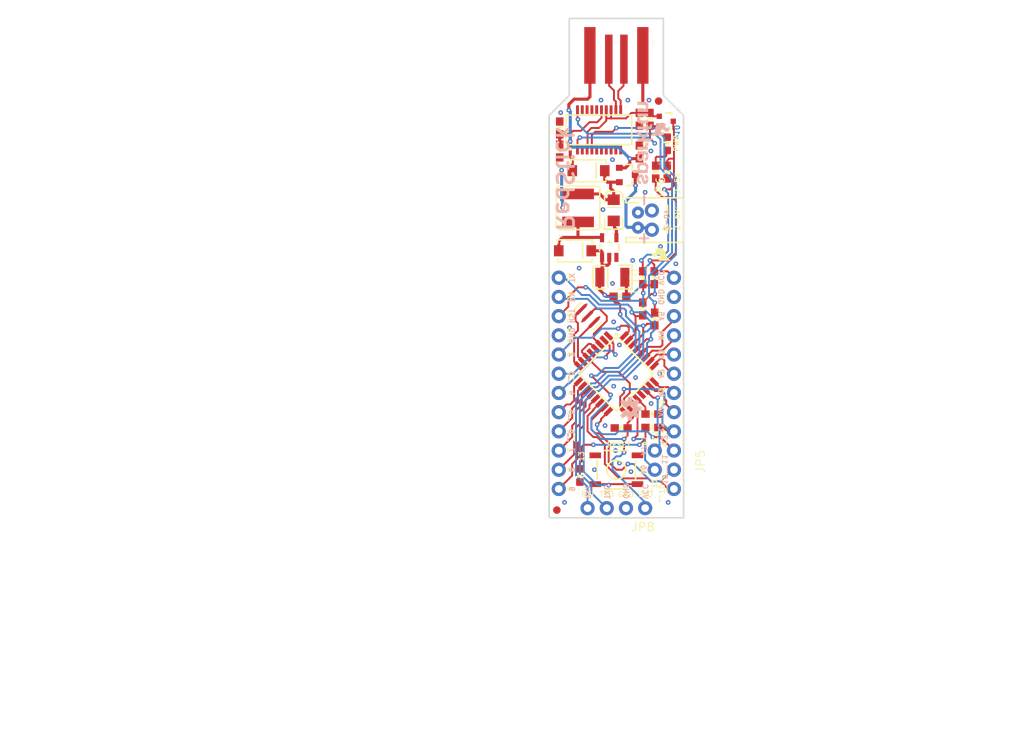
<source format=kicad_pcb>
(kicad_pcb (version 20211014) (generator pcbnew)
  (layers (0 "F.Cu" signal) (1 "In1.Cu" signal) (2 "In2.Cu" signal) (31 "B.Cu" signal) (34 "B.Paste" user) (35 "F.Paste" user) (36 "B.SilkS" user "B.Silkscreen") (37 "F.SilkS" user "F.Silkscreen") (38 "B.Mask" user) (39 "F.Mask" user) (44 "Edge.Cuts" user))
  (net 0 "")
  (net 1 "GND")
  (net 2 "VBAT")
  (net 3 "VCC_1")
  (net 4 "RESET")
  (net 5 "DTR")
  (net 6 "AREF")
  (net 7 "A0")
  (net 8 "A1")
  (net 9 "A2")
  (net 10 "A3")
  (net 11 "A4")
  (net 12 "A5")
  (net 13 "A6")
  (net 14 "A7")
  (net 15 "RXI")
  (net 16 "TXO")
  (net 17 "D2")
  (net 18 "D3")
  (net 19 "D4")
  (net 20 "D5")
  (net 21 "D6")
  (net 22 "D7")
  (net 23 "D8")
  (net 24 "D9")
  (net 25 "D10")
  (net 26 "MOSI")
  (net 27 "MISO")
  (net 28 "SCK")
  (net 29 "N$1")
  (net 30 "D+")
  (net 31 "D-")
  (net 32 "N$5")
  (net 33 "N$6")
  (net 34 "N$3")
  (net 35 "N$7")
  (net 36 "N$8")
  (net 37 "VCC")
  (net 38 "V_USB")
  (net 39 "N$4")
  (net 40 "3.3V")
  (net 41 "N$11")
  (footprint "boardEagle:1X02_NO_SILK" (layer "F.Cu") (at 153.5811 131.6736 90)
    (fp_text reference "JP5")
    (fp_text value "M021X02_NO_SILK" hide)
  )
  (footprint "boardEagle:0603-RES" (layer "F.Cu") (at 153.2001 126.0856)
    (fp_text reference "R4")
    (fp_text value "2.2k")
  )
  (footprint "boardEagle:0603-CAP" (layer "F.Cu") (at 141.0081 89.5096 -90)
    (fp_text reference "C7")
    (fp_text value "0.1uF")
  )
  (footprint "boardEagle:0603-RES" (layer "F.Cu") (at 155.2321 92.3036 -90)
    (fp_text reference "R7")
    (fp_text value "10K")
  )
  (footprint "boardEagle:JST-2-PTH" (layer "F.Cu") (at 151.3586 98.6536 -90)
    (fp_text reference "JP7")
    (fp_text value "DNP")
  )
  (footprint "boardEagle:EIA3216" (layer "F.Cu") (at 148.148675 97.355025 90)
    (fp_text reference "C9")
    (fp_text value "10uF")
  )
  (footprint "boardEagle:1X02_NO_SILK" (layer "F.Cu") (at 153.2001 97.3836 -90)
    (fp_text reference "JP6")
    (fp_text value "M021X02_NO_SILK")
  )
  (footprint "boardEagle:CREATIVE_COMMONS" (layer "F.Cu") (at 119.5197 167.3352)
    (fp_text reference "FRAME2" hide)
    (fp_text value "FRAME-LEDGER" hide)
  )
  (footprint "boardEagle:1X12_NO_SILK" (layer "F.Cu") (at 156.1211 106.2736 -90)
    (fp_text reference "JP3" hide)
    (fp_text value "DNP" hide)
  )
  (footprint "boardEagle:0603-RES" (layer "F.Cu") (at 153.7081 92.3036 -90)
    (fp_text reference "R2")
    (fp_text value "6.8K")
  )
  (footprint "boardEagle:TQFP32-08" (layer "F.Cu") (at 148.5011 118.9736 -45)
    (fp_text reference "U2")
    (fp_text value "ATMEGA328P_TQFP")
  )
  (footprint "boardEagle:USB-A-PCB-NOPASTE" (layer "F.Cu") (at 148.5011 77.0636 -90)
    (fp_text reference "JP1")
    (fp_text value "USBPCB_NOPASTE")
  )
  (footprint "boardEagle:0603-CAP" (layer "F.Cu") (at 148.97735 108.734225)
    (fp_text reference "C3")
    (fp_text value "0.1uF")
  )
  (footprint "boardEagle:SMA-DIODE" (layer "F.Cu") (at 144.8181 92.1131)
    (fp_text reference "D1")
    (fp_text value "MBRA140")
  )
  (footprint "boardEagle:0603-CAP" (layer "F.Cu") (at 151.9936 106.2736 -90)
    (fp_text reference "C4")
    (fp_text value "0.1uF")
  )
  (footprint "boardEagle:CR54" (layer "F.Cu") (at 143.436975 97.043875)
    (fp_text reference "L1")
    (fp_text value "47uH")
  )
  (footprint "boardEagle:SOT23-3" (layer "F.Cu") (at 149.8981 92.6846 -90)
    (fp_text reference "Q1")
    (fp_text value "DMG2307L")
  )
  (footprint "boardEagle:SOT23-5" (layer "F.Cu") (at 147.558125 102.282625)
    (fp_text reference "U3")
    (fp_text value "5.0v")
  )
  (footprint "boardEagle:0603-RES" (layer "F.Cu") (at 153.5811 111.7346 -90)
    (fp_text reference "R5")
    (fp_text value "1K")
  )
  (footprint "boardEagle:0603-RES" (layer "F.Cu") (at 151.5491 89.6366 -90)
    (fp_text reference "R1")
    (fp_text value "100k")
  )
  (footprint "boardEagle:0603-CAP" (layer "F.Cu") (at 153.2001 124.3076)
    (fp_text reference "C5")
    (fp_text value "0.1uF")
  )
  (footprint "boardEagle:SFE_LOGO_FLAME_.1" (layer "F.Cu") (at 156.0576 104.3432 90)
    (fp_text reference "LOGO1" hide)
    (fp_text value "SFE_LOGO_FLAME.1_INCH" hide)
  )
  (footprint "boardEagle:0603-CAP" (layer "F.Cu") (at 141.0081 86.4616 90)
    (fp_text reference "C8")
    (fp_text value "0.1uF")
  )
  (footprint "boardEagle:FIDUCIAL-1X2" (layer "F.Cu") (at 140.6271 137.0076)
    (fp_text reference "FID1" hide)
    (fp_text value "FIDUCIAL1X2" hide)
  )
  (footprint "boardEagle:0603-RES" (layer "F.Cu") (at 153.5176 106.2736 90)
    (fp_text reference "R3")
    (fp_text value "10K")
  )
  (footprint "boardEagle:LED-0603" (layer "F.Cu") (at 143.6751 132.4356 180)
    (fp_text reference "D3")
    (fp_text value "GREEN")
  )
  (footprint "boardEagle:1X04_NO_SILK_ALL_ROUND" (layer "F.Cu") (at 152.3111 136.7536 180)
    (fp_text reference "JP8")
    (fp_text value "DNP")
  )
  (footprint "boardEagle:0603-CAP" (layer "F.Cu") (at 151.5491 85.3186 -90)
    (fp_text reference "C11")
    (fp_text value "0.1uF")
  )
  (footprint "boardEagle:SOT323" (layer "F.Cu") (at 155.1051 85.5726 -90)
    (fp_text reference "Q2")
    (fp_text value "MOSFET-NCHANNEL2N7002PW")
  )
  (footprint "boardEagle:TACTILE-SWITCH-SMD" (layer "F.Cu") (at 148.5011 131.6736)
    (fp_text reference "S1")
    (fp_text value "SWITCH-MOMENTARY-2SMD-REDUNDANT")
  )
  (footprint "boardEagle:SSOP20_L" (layer "F.Cu") (at 146.2151 86.7156)
    (fp_text reference "U1")
    (fp_text value "FTS31XS-U")
  )
  (footprint "boardEagle:RESONATOR-SMD" (layer "F.Cu") (at 144.6911 111.3536 135)
    (fp_text reference "Y1")
    (fp_text value "16MHZ")
  )
  (footprint "boardEagle:EIA3528" (layer "F.Cu") (at 147.97405 106.2101 180)
    (fp_text reference "C10")
    (fp_text value "68uF")
  )
  (footprint "boardEagle:LED-0603" (layer "F.Cu") (at 155.2321 88.5571)
    (fp_text reference "D2")
    (fp_text value "RED")
  )
  (footprint "boardEagle:0603-RES" (layer "F.Cu") (at 151.9936 110.4011 -90)
    (fp_text reference "R6")
    (fp_text value "1K")
  )
  (footprint "boardEagle:FIDUCIAL-1X2" (layer "F.Cu") (at 154.0891 82.9056)
    (fp_text reference "FID2" hide)
    (fp_text value "FIDUCIAL1X2" hide)
  )
  (footprint "boardEagle:SMA-DIODE" (layer "F.Cu") (at 143.030575 102.708075)
    (fp_text reference "D4")
    (fp_text value "MBRA140")
  )
  (footprint "boardEagle:1X12_NO_SILK" (layer "F.Cu") (at 140.8811 134.2136 90)
    (fp_text reference "JP2" hide)
    (fp_text value "DNP" hide)
  )
  (footprint "boardEagle:0603-RES" (layer "F.Cu") (at 152.9461 85.3186 90)
    (fp_text reference "R8")
    (fp_text value "10K")
  )
  (footprint "boardEagle:0603-CAP" (layer "F.Cu") (at 149.1361 126.1491 180)
    (fp_text reference "C6")
    (fp_text value "0.1uF")
  )
  (footprint "boardEagle:SFE_LOGO_NAME_FLAME_.1" (layer "B.Cu") (at 150.3426 94.3356 90)
    (fp_text reference "U$1" hide)
    (fp_text value "SFE_LOGO_NAME_FLAME.1_INCH" hide)
  )
  (footprint "boardEagle:OSHW-LOGO-S" (layer "B.Cu") (at 150.2791 123.6091 90)
    (fp_text reference "LOGO2" hide)
    (fp_text value "OSHW-LOGOS" hide)
  )
  (gr_line (start 154.3431 133.0706) (end 155.2321 132.1816) (layer "F.SilkS") (width 0.2032))
  (gr_line (start 154.3431 127.8636) (end 155.1051 128.6256) (layer "F.SilkS") (width 0.2032))
  (gr_line (start 142.2781 71.9836) (end 154.7241 71.9836) (layer "Edge.Cuts") (width 0.2032))
  (gr_line (start 139.6111 138.0236) (end 157.3911 138.0236) (layer "Edge.Cuts") (width 0.2032))
  (gr_line (start 154.7241 71.9836) (end 154.7241 82.1436) (layer "Edge.Cuts") (width 0.2032))
  (gr_line (start 139.6111 138.0236) (end 139.6111 84.8106) (layer "Edge.Cuts") (width 0.2032))
  (gr_line (start 142.2781 82.1436) (end 139.6111 84.8106) (layer "Edge.Cuts") (width 0.2032))
  (gr_line (start 142.2781 71.9836) (end 142.2781 82.1436) (layer "Edge.Cuts") (width 0.2032))
  (gr_line (start 154.7241 82.1436) (end 157.3911 84.8106) (layer "Edge.Cuts") (width 0.2032))
  (gr_line (start 157.3911 138.0236) (end 157.3911 84.8106) (layer "Edge.Cuts") (width 0.2032))
  (gr_text "v10" (at 156.5021 87.9856 -90) (layer "B.Cu") (effects (font (size 0.69088 0.69088) (thickness 0.12192)) (justify left mirror)))
  (gr_text "RedStick" (at 142.9131 85.9536 -90) (layer "B.SilkS") (effects (font (size 2.159 2.159) (thickness 0.381)) (justify right top mirror)))
  (gr_text "A4" (at 153.9875 113.8936 -90) (layer "B.SilkS") (effects (font (size 0.69088 0.69088) (thickness 0.12192)) (justify bottom mirror)))
  (gr_text "-" (at 153.1747 95.9866 -90) (layer "B.SilkS") (effects (font (size 1.5113 1.5113) (thickness 0.2667)) (justify top mirror)))
  (gr_text "A6" (at 151.7015 131.6736 -90) (layer "B.SilkS") (effects (font (size 0.69088 0.69088) (thickness 0.12192)) (justify bottom mirror)))
  (gr_text "A2" (at 153.9875 118.9736 -90) (layer "B.SilkS") (effects (font (size 0.69088 0.69088) (thickness 0.12192)) (justify bottom mirror)))
  (gr_text "GND" (at 149.7711 135.6106 -90) (layer "B.SilkS") (effects (font (size 0.69088 0.69088) (thickness 0.12192)) (justify left mirror)))
  (gr_text "A3" (at 153.9875 116.4336 -90) (layer "B.SilkS") (effects (font (size 0.69088 0.69088) (thickness 0.12192)) (justify bottom mirror)))
  (gr_text "7" (at 143.0147 129.1336 -90) (layer "B.SilkS") (effects (font (size 0.69088 0.69088) (thickness 0.12192)) (justify top mirror)))
  (gr_text "~~" (at 142.6337 124.8156 -90) (layer "B.SilkS") (effects (font (size 0.69088 0.69088) (thickness 0.12192)) (justify top mirror)))
  (gr_text "10" (at 154.4955 132.9436 -90) (layer "B.SilkS") (effects (font (size 0.69088 0.69088) (thickness 0.12192)) (justify bottom mirror)))
  (gr_text "GND" (at 153.9875 108.8136 -90) (layer "B.SilkS") (effects (font (size 0.69088 0.69088) (thickness 0.12192)) (justify bottom mirror)))
  (gr_text "TXO" (at 147.2311 135.6106 -90) (layer "B.SilkS") (effects (font (size 0.69088 0.69088) (thickness 0.12192)) (justify left mirror)))
  (gr_text "13" (at 153.9875 126.0856 -90) (layer "B.SilkS") (effects (font (size 0.69088 0.69088) (thickness 0.12192)) (justify bottom mirror)))
  (gr_text "2-6V" (at 154.7495 98.6536 -90) (layer "B.SilkS") (effects (font (size 0.69088 0.69088) (thickness 0.12192)) (justify bottom mirror)))
  (gr_text "A5" (at 153.9875 111.3536 -90) (layer "B.SilkS") (effects (font (size 0.69088 0.69088) (thickness 0.12192)) (justify bottom mirror)))
  (gr_text "GND" (at 143.0147 113.8936 -90) (layer "B.SilkS") (effects (font (size 0.69088 0.69088) (thickness 0.12192)) (justify top mirror)))
  (gr_text "VCC" (at 153.9875 106.2736 -90) (layer "B.SilkS") (effects (font (size 0.69088 0.69088) (thickness 0.12192)) (justify bottom mirror)))
  (gr_text "11" (at 154.4955 130.2766 -90) (layer "B.SilkS") (effects (font (size 0.69088 0.69088) (thickness 0.12192)) (justify bottom mirror)))
  (gr_text "A1" (at 153.9875 121.5136 -90) (layer "B.SilkS") (effects (font (size 0.69088 0.69088) (thickness 0.12192)) (justify bottom mirror)))
  (gr_text "8" (at 143.0147 131.6736 -90) (layer "B.SilkS") (effects (font (size 0.69088 0.69088) (thickness 0.12192)) (justify top mirror)))
  (gr_text "RST" (at 143.0147 111.3536 -90) (layer "B.SilkS") (effects (font (size 0.69088 0.69088) (thickness 0.12192)) (justify top mirror)))
  (gr_text "A7" (at 151.7015 129.1336 -90) (layer "B.SilkS") (effects (font (size 0.69088 0.69088) (thickness 0.12192)) (justify bottom mirror)))
  (gr_text "4" (at 143.0147 121.5136 -90) (layer "B.SilkS") (effects (font (size 0.69088 0.69088) (thickness 0.12192)) (justify top mirror)))
  (gr_text "5" (at 143.0147 124.0536 -90) (layer "B.SilkS") (effects (font (size 0.69088 0.69088) (thickness 0.12192)) (justify top mirror)))
  (gr_text "TX" (at 143.0147 106.2736 -90) (layer "B.SilkS") (effects (font (size 0.69088 0.69088) (thickness 0.12192)) (justify top mirror)))
  (gr_text "3" (at 143.0147 118.9736 -90) (layer "B.SilkS") (effects (font (size 0.69088 0.69088) (thickness 0.12192)) (justify top mirror)))
  (gr_text "2" (at 143.0147 116.4336 -90) (layer "B.SilkS") (effects (font (size 0.69088 0.69088) (thickness 0.12192)) (justify top mirror)))
  (gr_text "A0" (at 153.9875 124.0536 -90) (layer "B.SilkS") (effects (font (size 0.69088 0.69088) (thickness 0.12192)) (justify bottom mirror)))
  (gr_text "RX" (at 143.0147 108.8136 -90) (layer "B.SilkS") (effects (font (size 0.69088 0.69088) (thickness 0.12192)) (justify top mirror)))
  (gr_text "~~" (at 142.6337 127.3556 -90) (layer "B.SilkS") (effects (font (size 0.8636 0.8636) (thickness 0.1524)) (justify top mirror)))
  (gr_text "~~" (at 154.8003 134.239 -270) (layer "B.SilkS") (effects (font (size 0.69088 0.69088) (thickness 0.12192)) (justify top mirror)))
  (gr_text "~~" (at 154.8003 131.572 -270) (layer "B.SilkS") (effects (font (size 0.69088 0.69088) (thickness 0.12192)) (justify top mirror)))
  (gr_text "+" (at 153.1747 101.0666 -90) (layer "B.SilkS") (effects (font (size 1.5113 1.5113) (thickness 0.2667)) (justify top mirror)))
  (gr_text "6" (at 143.0147 126.5936 -90) (layer "B.SilkS") (effects (font (size 0.69088 0.69088) (thickness 0.12192)) (justify top mirror)))
  (gr_text "~~" (at 142.6337 119.7356 -90) (layer "B.SilkS") (effects (font (size 0.69088 0.69088) (thickness 0.12192)) (justify top mirror)))
  (gr_text "VCC" (at 152.3111 135.6106 -90) (layer "B.SilkS") (effects (font (size 0.69088 0.69088) (thickness 0.12192)) (justify left mirror)))
  (gr_text "12" (at 154.4955 127.7366 -90) (layer "B.SilkS") (effects (font (size 0.69088 0.69088) (thickness 0.12192)) (justify bottom mirror)))
  (gr_text "9" (at 143.0147 134.2136 -90) (layer "B.SilkS") (effects (font (size 0.69088 0.69088) (thickness 0.12192)) (justify top mirror)))
  (gr_text "RXI" (at 144.6911 135.6106 -90) (layer "B.SilkS") (effects (font (size 0.69088 0.69088) (thickness 0.12192)) (justify left mirror)))
  (gr_text "6" (at 142.0495 126.5936 90) (layer "F.SilkS") (effects (font (size 0.69088 0.69088) (thickness 0.12192)) (justify top)))
  (gr_text "~~" (at 142.4305 119.7356 90) (layer "F.SilkS") (effects (font (size 0.69088 0.69088) (thickness 0.12192)) (justify top)))
  (gr_text "A1" (at 154.9527 121.2596 90) (layer "F.SilkS") (effects (font (size 0.69088 0.69088) (thickness 0.12192)) (justify bottom)))
  (gr_text "2-5V" (at 156.9847 93.8276 90) (layer "F.SilkS") (effects (font (size 0.69088 0.69088) (thickness 0.12192)) (justify bottom)))
  (gr_text "4" (at 142.0495 121.5136 90) (layer "F.SilkS") (effects (font (size 0.69088 0.69088) (thickness 0.12192)) (justify top)))
  (gr_text "TXO" (at 147.2311 135.3312) (layer "F.SilkS") (effects (font (size 0.69088 0.69088) (thickness 0.12192)) (justify bottom)))
  (gr_text "+" (at 154.2415 99.7966 90) (layer "F.SilkS") (effects (font (size 1.5113 1.5113) (thickness 0.2667)) (justify top)))
  (gr_text "A3" (at 154.9527 116.4336 90) (layer "F.SilkS") (effects (font (size 0.69088 0.69088) (thickness 0.12192)) (justify bottom)))
  (gr_text "A5" (at 154.9527 111.3536 90) (layer "F.SilkS") (effects (font (size 0.69088 0.69088) (thickness 0.12192)) (justify bottom)))
  (gr_text "13" (at 155.2067 127.1016 90) (layer "F.SilkS") (effects (font (size 0.69088 0.69088) (thickness 0.12192)) (justify bottom)))
  (gr_text "RESET" (at 148.8059 128.397) (layer "F.SilkS") (effects (font (size 0.69088 0.69088) (thickness 0.12192))))
  (gr_text "GND" (at 142.0495 113.8936 90) (layer "F.SilkS") (effects (font (size 0.69088 0.69088) (thickness 0.12192)) (justify top)))
  (gr_text "A2" (at 154.9527 118.9736 90) (layer "F.SilkS") (effects (font (size 0.69088 0.69088) (thickness 0.12192)) (justify bottom)))
  (gr_text "9" (at 142.0495 134.2136 90) (layer "F.SilkS") (effects (font (size 0.69088 0.69088) (thickness 0.12192)) (justify top)))
  (gr_text "A6" (at 152.4127 131.6736 90) (layer "F.SilkS") (effects (font (size 0.69088 0.69088) (thickness 0.12192)) (justify bottom)))
  (gr_text "8" (at 142.0495 131.6736 90) (layer "F.SilkS") (effects (font (size 0.69088 0.69088) (thickness 0.12192)) (justify top)))
  (gr_text "VCC" (at 154.9527 106.2736 90) (layer "F.SilkS") (effects (font (size 0.69088 0.69088) (thickness 0.12192)) (justify bottom)))
  (gr_text "RXI" (at 144.6911 135.3312) (layer "F.SilkS") (effects (font (size 0.69088 0.69088) (thickness 0.12192)) (justify bottom)))
  (gr_text "A0" (at 154.9527 123.0376 90) (layer "F.SilkS") (effects (font (size 0.69088 0.69088) (thickness 0.12192)) (justify bottom)))
  (gr_text "~~" (at 142.4305 124.8156 90) (layer "F.SilkS") (effects (font (size 0.69088 0.69088) (thickness 0.12192)) (justify top)))
  (gr_text "~~" (at 153.6319 134.62 270) (layer "F.SilkS") (effects (font (size 0.69088 0.69088) (thickness 0.12192)) (justify top)))
  (gr_text "-" (at 154.2415 97.2566 90) (layer "F.SilkS") (effects (font (size 1.5113 1.5113) (thickness 0.2667)) (justify top)))
  (gr_text "5" (at 142.0495 124.0536 90) (layer "F.SilkS") (effects (font (size 0.69088 0.69088) (thickness 0.12192)) (justify top)))
  (gr_text "~~" (at 154.6479 135.509 270) (layer "F.SilkS") (effects (font (size 0.69088 0.69088) (thickness 0.12192)) (justify top)))
  (gr_text "13" (at 144.2847 129.8956 90) (layer "F.SilkS") (effects (font (size 0.69088 0.69088) (thickness 0.12192)) (justify bottom)))
  (gr_text "GND" (at 154.9527 108.8136 90) (layer "F.SilkS") (effects (font (size 0.69088 0.69088) (thickness 0.12192)) (justify bottom)))
  (gr_text "RX" (at 142.0495 108.8136 90) (layer "F.SilkS") (effects (font (size 0.69088 0.69088) (thickness 0.12192)) (justify top)))
  (gr_text "RST" (at 142.0495 111.3536 90) (layer "F.SilkS") (effects (font (size 0.69088 0.69088) (thickness 0.12192)) (justify top)))
  (gr_text "A7" (at 152.6667 127.8636 90) (layer "F.SilkS") (effects (font (size 0.69088 0.69088) (thickness 0.12192)) (justify bottom)))
  (gr_text "3" (at 142.0495 118.9736 90) (layer "F.SilkS") (effects (font (size 0.69088 0.69088) (thickness 0.12192)) (justify top)))
  (gr_text "2" (at 142.0495 116.4336 90) (layer "F.SilkS") (effects (font (size 0.69088 0.69088) (thickness 0.12192)) (justify top)))
  (gr_text "VCC" (at 152.3111 135.3312) (layer "F.SilkS") (effects (font (size 0.69088 0.69088) (thickness 0.12192)) (justify bottom)))
  (gr_text "PWR" (at 156.8577 88.4936 90) (layer "F.SilkS") (effects (font (size 0.69088 0.69088) (thickness 0.12192)) (justify bottom)))
  (gr_text "GND" (at 149.7711 135.3312) (layer "F.SilkS") (effects (font (size 0.69088 0.69088) (thickness 0.12192)) (justify bottom)))
  (gr_text "TX" (at 142.0495 106.2736 90) (layer "F.SilkS") (effects (font (size 0.69088 0.69088) (thickness 0.12192)) (justify top)))
  (gr_text "A4" (at 154.9527 113.8936 90) (layer "F.SilkS") (effects (font (size 0.69088 0.69088) (thickness 0.12192)) (justify bottom)))
  (gr_text "10" (at 154.9527 134.2136 90) (layer "F.SilkS") (effects (font (size 0.69088 0.69088) (thickness 0.12192)) (justify bottom)))
  (gr_text "7" (at 142.0495 129.1336 90) (layer "F.SilkS") (effects (font (size 0.69088 0.69088) (thickness 0.12192)) (justify top)))
  (gr_text "2-6V" (at 156.9847 98.6536 90) (layer "F.SilkS") (effects (font (size 0.69088 0.69088) (thickness 0.12192)) (justify bottom)))
  (gr_text "~~" (at 142.4305 127.3556 90) (layer "F.SilkS") (effects (font (size 0.8636 0.8636) (thickness 0.1524)) (justify top)))
  (gr_text "12" (at 154.0637 127.2286 90) (layer "F.SilkS") (effects (font (size 0.69088 0.69088) (thickness 0.12192)) (justify bottom)))
  (gr_text "11" (at 153.9367 133.4516 90) (layer "F.SilkS") (effects (font (size 0.69088 0.69088) (thickness 0.12192)) (justify bottom)))
  (segment (start 149.62405 106.2101) (end 149.82735 106.4134) (width 0.4064) (layer "F.Cu") (net 1))
  (segment (start 152.0011 83.0886) (end 151.9936 83.0961) (width 0.254) (layer "F.Cu") (net 1))
  (segment (start 148.148675 98.755025) (end 148.254125 98.860475) (width 0.4064) (layer "F.Cu") (net 1))
  (segment (start 146.3143 115.089747) (end 145.5166 114.292047) (width 0.254) (layer "F.Cu") (net 1))
  (segment (start 146.2786 110.4011) (end 147.2311 111.3536) (width 0.254) (layer "F.Cu") (net 1))
  (segment (start 152.0011 76.8636) (end 152.0011 83.0886) (width 0.4064) (layer "F.Cu") (net 1))
  (segment (start 145.6436 110.4011) (end 146.2786 110.4011) (width 0.254) (layer "F.Cu") (net 1))
  (segment (start 149.82735 106.4134) (end 149.82735 108.734225) (width 0.4064) (layer "F.Cu") (net 1))
  (segment (start 147.2311 111.9886) (end 145.5166 113.7031) (width 0.254) (layer "F.Cu") (net 1))
  (segment (start 148.508125 99.930625) (end 148.508125 100.982525) (width 0.4064) (layer "F.Cu") (net 1))
  (segment (start 144.6911 111.3536) (end 145.6436 110.4011) (width 0.254) (layer "F.Cu") (net 1))
  (segment (start 148.254125 99.676625) (end 148.508125 99.930625) (width 0.4064) (layer "F.Cu") (net 1))
  (segment (start 148.254125 98.860475) (end 148.254125 99.676625) (width 0.4064) (layer "F.Cu") (net 1))
  (segment (start 145.5166 113.7031) (end 145.5166 114.292047) (width 0.254) (layer "F.Cu") (net 1))
  (segment (start 147.2311 111.3536) (end 147.2311 111.9886) (width 0.254) (layer "F.Cu") (net 1))
  (via (at 141.1351 84.4296) (size 0.6096) (drill 0.254) (layers "F.Cu" "B.Cu") (net 1))
  (via (at 150.0251 82.7786) (size 0.6096) (drill 0.254) (layers "F.Cu" "B.Cu") (net 1))
  (via (at 148.9075 115.1636) (size 0.6096) (drill 0.254) (layers "F.Cu" "B.Cu") (net 1))
  (via (at 151.0411 119.4816) (size 0.6096) (drill 0.254) (layers "F.Cu" "B.Cu") (net 1))
  (via (at 156.3751 104.4321) (size 0.6096) (drill 0.254) (layers "F.Cu" "B.Cu") (net 1))
  (via (at 148.1455 120.6246) (size 0.6096) (drill 0.254) (layers "F.Cu" "B.Cu") (net 1))
  (via (at 147.9931 107.0356) (size 0.6096) (drill 0.254) (layers "F.Cu" "B.Cu") (net 1))
  (via (at 153.0731 89.5096) (size 0.6096) (drill 0.254) (layers "F.Cu" "B.Cu") (net 1))
  (via (at 141.6431 135.9916) (size 0.6096) (drill 0.254) (layers "F.Cu" "B.Cu") (net 1))
  (via (at 141.2621 92.0496) (size 0.6096) (drill 0.254) (layers "F.Cu" "B.Cu") (net 1))
  (via (at 150.4315 131.9276) (size 0.6096) (drill 0.254) (layers "F.Cu" "B.Cu") (net 1))
  (via (at 148.3995 129.1336) (size 0.6096) (drill 0.254) (layers "F.Cu" "B.Cu") (net 1))
  (via (at 148.9075 130.7846) (size 0.6096) (drill 0.254) (layers "F.Cu" "B.Cu") (net 1))
  (via (at 150.6601 103.9876) (size 0.6096) (drill 0.254) (layers "F.Cu" "B.Cu") (net 1))
  (via (at 152.8191 82.7786) (size 0.6096) (drill 0.254) (layers "F.Cu" "B.Cu") (net 1))
  (via (at 152.3111 94.9706) (size 0.6096) (drill 0.254) (layers "F.Cu" "B.Cu") (net 1))
  (via (at 146.7231 97.2566) (size 0.6096) (drill 0.254) (layers "F.Cu" "B.Cu") (net 1))
  (via (at 147.0025 125.8316) (size 0.6096) (drill 0.254) (layers "F.Cu" "B.Cu") (net 1))
  (via (at 155.3591 135.9916) (size 0.6096) (drill 0.254) (layers "F.Cu" "B.Cu") (net 1))
  (via (at 153.0985 122.9106) (size 0.6096) (drill 0.254) (layers "F.Cu" "B.Cu") (net 1))
  (via (at 146.4691 82.7786) (size 0.6096) (drill 0.254) (layers "F.Cu" "B.Cu") (net 1))
  (via (at 145.6055 131.6736) (size 0.6096) (drill 0.254) (layers "F.Cu" "B.Cu") (net 1))
  (via (at 147.9931 90.6526) (size 0.6096) (drill 0.254) (layers "F.Cu" "B.Cu") (net 1))
  (via (at 141.3891 97.0026) (size 0.6096) (drill 0.254) (layers "F.Cu" "B.Cu") (net 1))
  (via (at 154.2415 118.9736) (size 0.6096) (drill 0.254) (layers "F.Cu" "B.Cu") (net 1))
  (via (at 142.3035 112.8776) (size 0.6096) (drill 0.254) (layers "F.Cu" "B.Cu") (net 1))
  (via (at 148.1455 112.1156) (size 0.6096) (drill 0.254) (layers "F.Cu" "B.Cu") (net 1))
  (via (at 143.5735 105.0036) (size 0.6096) (drill 0.254) (layers "F.Cu" "B.Cu") (net 1))
  (via (at 154.3431 102.1461) (size 0.6096) (drill 0.254) (layers "F.Cu" "B.Cu") (net 1))
  (segment (start 141.3891 96.1136) (end 141.3891 97.0026) (width 0.4064) (layer "B.Cu") (net 1))
  (segment (start 141.2621 92.0496) (end 141.2621 95.9866) (width 0.4064) (layer "B.Cu") (net 1))
  (segment (start 141.2621 95.9866) (end 141.3891 96.1136) (width 0.4064) (layer "B.Cu") (net 1))
  (segment (start 150.9981 94.0386) (end 151.0411 94.0816) (width 0.4064) (layer "F.Cu") (net 2))
  (segment (start 150.9981 92.6846) (end 150.9981 94.0386) (width 0.4064) (layer "F.Cu") (net 2))
  (via (at 151.0411 94.0816) (size 0.6096) (drill 0.254) (layers "F.Cu" "B.Cu") (net 2))
  (segment (start 152.9301 99.6536) (end 153.2001 99.9236) (width 0.4064) (layer "B.Cu") (net 2))
  (segment (start 149.7711 99.4156) (end 149.7711 96.1136) (width 0.4064) (layer "B.Cu") (net 2))
  (segment (start 149.9616 99.6061) (end 149.7711 99.4156) (width 0.4064) (layer "B.Cu") (net 2))
  (segment (start 151.3586 99.6536) (end 152.9301 99.6536) (width 0.4064) (layer "B.Cu") (net 2))
  (segment (start 151.3111 99.6061) (end 151.3586 99.6536) (width 0.254) (layer "B.Cu") (net 2))
  (segment (start 151.0411 94.8436) (end 151.0411 94.0816) (width 0.4064) (layer "B.Cu") (net 2))
  (segment (start 151.3111 99.6061) (end 149.9616 99.6061) (width 0.4064) (layer "B.Cu") (net 2))
  (segment (start 149.7711 96.1136) (end 151.0411 94.8436) (width 0.4064) (layer "B.Cu") (net 2))
  (segment (start 148.148675 95.955025) (end 147.072525 95.955025) (width 0.4064) (layer "F.Cu") (net 3))
  (segment (start 147.7391 93.7616) (end 147.6121 93.6346) (width 0.4064) (layer "F.Cu") (net 3))
  (segment (start 146.311375 95.193875) (end 147.072525 95.955025) (width 0.4064) (layer "F.Cu") (net 3))
  (segment (start 146.9681 93.3106) (end 147.2921 93.6346) (width 0.4064) (layer "F.Cu") (net 3))
  (segment (start 147.6121 93.6346) (end 147.2921 93.6346) (width 0.4064) (layer "F.Cu") (net 3))
  (segment (start 147.7391 94.4626) (end 147.7391 93.7616) (width 0.4064) (layer "F.Cu") (net 3))
  (segment (start 148.148675 94.872175) (end 147.7391 94.4626) (width 0.4064) (layer "F.Cu") (net 3))
  (segment (start 148.8981 93.6346) (end 147.6121 93.6346) (width 0.4064) (layer "F.Cu") (net 3))
  (segment (start 148.148675 95.955025) (end 148.148675 94.872175) (width 0.4064) (layer "F.Cu") (net 3))
  (segment (start 143.436975 95.193875) (end 146.311375 95.193875) (width 0.4064) (layer "F.Cu") (net 3))
  (segment (start 146.9681 92.1131) (end 146.9681 93.3106) (width 0.4064) (layer "F.Cu") (net 3))
  (segment (start 153.4931 107.1236) (end 153.3271 107.2896) (width 0.254) (layer "F.Cu") (net 4))
  (segment (start 153.3271 107.2896) (end 152.1596 107.2896) (width 0.254) (layer "F.Cu") (net 4))
  (segment (start 142.1511 108.8136) (end 143.4211 107.5436) (width 0.254) (layer "F.Cu") (net 4))
  (segment (start 151.9936 107.1236) (end 152.0571 107.1871) (width 0.254) (layer "F.Cu") (net 4))
  (segment (start 143.4211 107.5436) (end 144.4371 107.5436) (width 0.254) (layer "F.Cu") (net 4))
  (segment (start 152.1596 107.2896) (end 151.9936 107.1236) (width 0.254) (layer "F.Cu") (net 4))
  (segment (start 151.2951 133.5786) (end 147.6121 133.5786) (width 0.254) (layer "F.Cu") (net 4))
  (segment (start 153.0731 114.4016) (end 152.507412 114.4016) (width 0.254) (layer "F.Cu") (net 4))
  (segment (start 142.1511 110.0836) (end 142.1511 108.8136) (width 0.254) (layer "F.Cu") (net 4))
  (segment (start 152.0571 107.1871) (end 152.0571 108.3056) (width 0.254) (layer "F.Cu") (net 4))
  (segment (start 147.4851 133.7056) (end 147.3581 133.5786) (width 0.254) (layer "F.Cu") (net 4))
  (segment (start 153.5176 107.1236) (end 153.4931 107.1236) (width 0.254) (layer "F.Cu") (net 4))
  (segment (start 147.3581 133.5786) (end 145.7071 133.5786) (width 0.254) (layer "F.Cu") (net 4))
  (segment (start 152.507412 114.4016) (end 151.253581 115.655432) (width 0.254) (layer "F.Cu") (net 4))
  (segment (start 140.8811 111.3536) (end 142.1511 110.0836) (width 0.254) (layer "F.Cu") (net 4))
  (segment (start 147.6121 133.5786) (end 147.4851 133.7056) (width 0.254) (layer "F.Cu") (net 4))
  (via (at 144.4371 107.5436) (size 0.6096) (drill 0.254) (layers "F.Cu" "B.Cu") (net 4))
  (via (at 152.0571 108.3056) (size 0.6096) (drill 0.254) (layers "F.Cu" "B.Cu") (net 4))
  (via (at 147.4851 133.7056) (size 0.6096) (drill 0.254) (layers "F.Cu" "B.Cu") (net 4))
  (via (at 153.0731 114.4016) (size 0.6096) (drill 0.254) (layers "F.Cu" "B.Cu") (net 4))
  (segment (start 144.6911 107.5436) (end 146.4691 109.3216) (width 0.254) (layer "B.Cu") (net 4))
  (segment (start 147.7391 119.7356) (end 146.2151 121.2596) (width 0.254) (layer "B.Cu") (net 4))
  (segment (start 152.0571 109.3216) (end 152.0571 110.3376) (width 0.254) (layer "B.Cu") (net 4))
  (segment (start 144.1831 122.7836) (end 144.1831 131.9276) (width 0.254) (layer "B.Cu") (net 4))
  (segment (start 153.5811 113.1316) (end 153.0731 113.6396) (width 0.254) (layer "B.Cu") (net 4))
  (segment (start 145.7071 121.2596) (end 144.1831 122.7836) (width 0.254) (layer "B.Cu") (net 4))
  (segment (start 153.5811 111.8616) (end 153.5811 113.1316) (width 0.254) (layer "B.Cu") (net 4))
  (segment (start 145.9611 133.7056) (end 147.4851 133.7056) (width 0.254) (layer "B.Cu") (net 4))
  (segment (start 152.0571 110.3376) (end 153.5811 111.8616) (width 0.254) (layer "B.Cu") (net 4))
  (segment (start 152.5651 116.6876) (end 152.5651 114.9096) (width 0.254) (layer "B.Cu") (net 4))
  (segment (start 153.0731 113.6396) (end 153.0731 114.4016) (width 0.254) (layer "B.Cu") (net 4))
  (segment (start 146.4691 109.3216) (end 152.0571 109.3216) (width 0.254) (layer "B.Cu") (net 4))
  (segment (start 149.5171 119.7356) (end 147.7391 119.7356) (width 0.254) (layer "B.Cu") (net 4))
  (segment (start 144.4371 107.5436) (end 144.6911 107.5436) (width 0.254) (layer "B.Cu") (net 4))
  (segment (start 146.2151 121.2596) (end 145.7071 121.2596) (width 0.254) (layer "B.Cu") (net 4))
  (segment (start 152.0571 108.3056) (end 152.0571 109.3216) (width 0.254) (layer "B.Cu") (net 4))
  (segment (start 152.5651 116.6876) (end 149.5171 119.7356) (width 0.254) (layer "B.Cu") (net 4))
  (segment (start 144.1831 131.9276) (end 145.9611 133.7056) (width 0.254) (layer "B.Cu") (net 4))
  (segment (start 152.5651 114.9096) (end 153.0731 114.4016) (width 0.254) (layer "B.Cu") (net 4))
  (segment (start 155.6131 94.5896) (end 156.1211 94.0816) (width 0.254) (layer "F.Cu") (net 5))
  (segment (start 155.2321 90.7796) (end 155.4861 90.5256) (width 0.254) (layer "F.Cu") (net 5))
  (segment (start 151.9936 105.4236) (end 151.9936 104.1781) (width 0.254) (layer "F.Cu") (net 5))
  (segment (start 154.8511 94.5896) (end 155.6131 94.5896) (width 0.254) (layer "F.Cu") (net 5))
  (segment (start 156.1211 90.5256) (end 156.1211 86.7156) (width 0.254) (layer "F.Cu") (net 5))
  (segment (start 156.1211 94.0816) (end 156.1211 90.5256) (width 0.254) (layer "F.Cu") (net 5))
  (segment (start 156.1211 86.7156) (end 156.0301 86.6246) (width 0.254) (layer "F.Cu") (net 5))
  (segment (start 151.9936 104.1781) (end 151.8031 103.9876) (width 0.254) (layer "F.Cu") (net 5))
  (segment (start 155.2321 91.4536) (end 155.2321 90.7796) (width 0.254) (layer "F.Cu") (net 5))
  (segment (start 155.4861 90.5256) (end 156.1211 90.5256) (width 0.254) (layer "F.Cu") (net 5))
  (segment (start 156.0301 85.5726) (end 156.0301 86.6246) (width 0.254) (layer "F.Cu") (net 5))
  (via (at 151.8031 103.9876) (size 0.6096) (drill 0.254) (layers "F.Cu" "B.Cu") (net 5))
  (via (at 154.8511 94.5896) (size 0.6096) (drill 0.254) (layers "F.Cu" "B.Cu") (net 5))
  (segment (start 151.8031 103.9876) (end 152.5651 103.2256) (width 0.254) (layer "B.Cu") (net 5))
  (segment (start 152.5651 103.2256) (end 154.8511 103.2256) (width 0.254) (layer "B.Cu") (net 5))
  (segment (start 154.8511 103.2256) (end 155.3591 102.7176) (width 0.254) (layer "B.Cu") (net 5))
  (segment (start 155.3591 102.7176) (end 155.3591 95.0976) (width 0.254) (layer "B.Cu") (net 5))
  (segment (start 155.3591 95.0976) (end 154.8511 94.5896) (width 0.254) (layer "B.Cu") (net 5))
  (segment (start 152.3501 123.388291) (end 152.3501 124.3076) (width 0.254) (layer "F.Cu") (net 6))
  (segment (start 151.253581 122.291772) (end 152.3501 123.388291) (width 0.254) (layer "F.Cu") (net 6))
  (segment (start 154.8511 121.7676) (end 154.8511 122.2756) (width 0.254) (layer "F.Cu") (net 7))
  (segment (start 152.950637 120.594716) (end 153.615521 121.2596) (width 0.254) (layer "F.Cu") (net 7))
  (segment (start 154.3431 121.2596) (end 154.8511 121.7676) (width 0.254) (layer "F.Cu") (net 7))
  (segment (start 156.1211 124.0536) (end 155.1051 123.0376) (width 0.254) (layer "F.Cu") (net 7))
  (segment (start 155.1051 122.5296) (end 155.1051 123.0376) (width 0.254) (layer "F.Cu") (net 7))
  (segment (start 153.615521 121.2596) (end 154.3431 121.2596) (width 0.254) (layer "F.Cu") (net 7))
  (segment (start 154.8511 122.2756) (end 155.1051 122.5296) (width 0.254) (layer "F.Cu") (net 7))
  (segment (start 156.1211 121.5136) (end 155.3591 120.7516) (width 0.254) (layer "F.Cu") (net 8))
  (segment (start 153.516325 120.029029) (end 154.238896 120.7516) (width 0.254) (layer "F.Cu") (net 8))
  (segment (start 154.238896 120.7516) (end 155.3591 120.7516) (width 0.254) (layer "F.Cu") (net 8))
  (segment (start 153.516325 117.768375) (end 154.3431 116.9416) (width 0.254) (layer "F.Cu") (net 9))
  (segment (start 154.8511 117.1956) (end 154.8511 117.9576) (width 0.254) (layer "F.Cu") (net 9))
  (segment (start 154.3431 116.9416) (end 154.5971 116.9416) (width 0.254) (layer "F.Cu") (net 9))
  (segment (start 153.516325 117.768375) (end 153.516325 117.918175) (width 0.254) (layer "F.Cu") (net 9))
  (segment (start 154.5971 116.9416) (end 154.8511 117.1956) (width 0.254) (layer "F.Cu") (net 9))
  (segment (start 155.8671 118.9736) (end 156.1211 118.9736) (width 0.254) (layer "F.Cu") (net 9))
  (segment (start 154.8511 117.9576) (end 155.8671 118.9736) (width 0.254) (layer "F.Cu") (net 9))
  (segment (start 152.950637 117.318063) (end 153.8351 116.4336) (width 0.254) (layer "F.Cu") (net 10))
  (segment (start 152.950637 117.318063) (end 152.950637 117.352488) (width 0.254) (layer "F.Cu") (net 10))
  (segment (start 153.8351 116.4336) (end 156.1211 116.4336) (width 0.254) (layer "F.Cu") (net 10))
  (segment (start 155.8671 114.6556) (end 155.8671 113.8936) (width 0.254) (layer "F.Cu") (net 11))
  (segment (start 155.8671 113.8936) (end 156.1211 113.8936) (width 0.254) (layer "F.Cu") (net 11))
  (segment (start 153.246156 115.9256) (end 154.5971 115.9256) (width 0.254) (layer "F.Cu") (net 11))
  (segment (start 154.5971 115.9256) (end 155.8671 114.6556) (width 0.254) (layer "F.Cu") (net 11))
  (segment (start 153.246156 115.9256) (end 152.384953 116.786804) (width 0.254) (layer "F.Cu") (net 11))
  (segment (start 154.5971 113.3856) (end 156.1211 111.8616) (width 0.254) (layer "F.Cu") (net 12))
  (segment (start 154.3431 115.4176) (end 154.5971 115.1636) (width 0.254) (layer "F.Cu") (net 12))
  (segment (start 156.1211 111.8616) (end 156.1211 111.3536) (width 0.254) (layer "F.Cu") (net 12))
  (segment (start 152.622787 115.4176) (end 154.3431 115.4176) (width 0.254) (layer "F.Cu") (net 12))
  (segment (start 152.622787 115.4176) (end 151.819268 116.221119) (width 0.254) (layer "F.Cu") (net 12))
  (segment (start 154.5971 115.1636) (end 154.5971 113.3856) (width 0.254) (layer "F.Cu") (net 12))
  (segment (start 151.2951 123.46466) (end 150.687896 122.857457) (width 0.254) (layer "F.Cu") (net 13))
  (segment (start 151.2951 127.1016) (end 151.2951 123.46466) (width 0.254) (layer "F.Cu") (net 13))
  (segment (start 150.7871 127.6096) (end 151.2951 127.1016) (width 0.254) (layer "F.Cu") (net 13))
  (via (at 150.7871 127.6096) (size 0.6096) (drill 0.254) (layers "F.Cu" "B.Cu") (net 13))
  (segment (start 152.3111 130.4036) (end 153.5811 131.6736) (width 0.254) (layer "B.Cu") (net 13))
  (segment (start 152.0571 127.6096) (end 150.7871 127.6096) (width 0.254) (layer "B.Cu") (net 13))
  (segment (start 152.3111 127.8636) (end 152.0571 127.6096) (width 0.254) (layer "B.Cu") (net 13))
  (segment (start 152.3111 130.4036) (end 152.3111 127.8636) (width 0.254) (layer "B.Cu") (net 13))
  (segment (start 152.384953 121.1604) (end 153.373153 122.1486) (width 0.254) (layer "F.Cu") (net 14))
  (segment (start 153.373153 122.1486) (end 153.9621 122.1486) (width 0.254) (layer "F.Cu") (net 14))
  (via (at 153.9621 122.1486) (size 0.6096) (drill 0.254) (layers "F.Cu" "B.Cu") (net 14))
  (segment (start 154.2161 126.0856) (end 154.2161 128.4986) (width 0.254) (layer "B.Cu") (net 14))
  (segment (start 153.9621 125.8316) (end 154.2161 126.0856) (width 0.254) (layer "B.Cu") (net 14))
  (segment (start 153.5811 129.1336) (end 154.2161 128.4986) (width 0.254) (layer "B.Cu") (net 14))
  (segment (start 153.9621 122.1486) (end 153.9621 125.8316) (width 0.254) (layer "B.Cu") (net 14))
  (segment (start 153.5811 112.1156) (end 153.5811 112.5846) (width 0.254) (layer "F.Cu") (net 15))
  (segment (start 152.5651 112.3696) (end 153.3271 112.3696) (width 0.254) (layer "F.Cu") (net 15))
  (segment (start 152.0571 113.720544) (end 150.687896 115.089747) (width 0.254) (layer "F.Cu") (net 15))
  (segment (start 152.0571 113.720544) (end 152.0571 112.6236) (width 0.254) (layer "F.Cu") (net 15))
  (segment (start 152.3111 112.6236) (end 152.5651 112.3696) (width 0.254) (layer "F.Cu") (net 15))
  (segment (start 153.3271 112.3696) (end 153.5811 112.1156) (width 0.254) (layer "F.Cu") (net 15))
  (segment (start 152.0571 112.6236) (end 152.3111 112.6236) (width 0.254) (layer "F.Cu") (net 15))
  (via (at 152.0571 112.6236) (size 0.6096) (drill 0.254) (layers "F.Cu" "B.Cu") (net 15))
  (segment (start 151.2951 113.1316) (end 151.2951 112.6236) (width 0.254) (layer "B.Cu") (net 15))
  (segment (start 141.1351 109.0676) (end 144.6911 109.0676) (width 0.254) (layer "B.Cu") (net 15))
  (segment (start 149.7711 110.5916) (end 149.7711 111.3536) (width 0.254) (layer "B.Cu") (net 15))
  (segment (start 151.5491 116.1796) (end 149.0091 118.7196) (width 0.254) (layer "B.Cu") (net 15))
  (segment (start 140.8811 108.8136) (end 141.1351 109.0676) (width 0.254) (layer "B.Cu") (net 15))
  (segment (start 147.2311 118.7196) (end 145.7071 120.2436) (width 0.254) (layer "B.Cu") (net 15))
  (segment (start 151.5491 113.3856) (end 151.2951 113.1316) (width 0.254) (layer "B.Cu") (net 15))
  (segment (start 149.7711 111.3536) (end 151.0411 112.6236) (width 0.254) (layer "B.Cu") (net 15))
  (segment (start 144.6911 133.9596) (end 144.6911 136.7536) (width 0.254) (layer "B.Cu") (net 15))
  (segment (start 149.5171 110.3376) (end 149.7711 110.5916) (width 0.254) (layer "B.Cu") (net 15))
  (segment (start 143.1671 122.2756) (end 143.1671 132.4356) (width 0.254) (layer "B.Cu") (net 15))
  (segment (start 145.9611 110.3376) (end 149.5171 110.3376) (width 0.254) (layer "B.Cu") (net 15))
  (segment (start 145.1991 120.2436) (end 143.1671 122.2756) (width 0.254) (layer "B.Cu") (net 15))
  (segment (start 145.7071 120.2436) (end 145.1991 120.2436) (width 0.254) (layer "B.Cu") (net 15))
  (segment (start 151.0411 112.6236) (end 151.2951 112.6236) (width 0.254) (layer "B.Cu") (net 15))
  (segment (start 144.6911 109.0676) (end 145.9611 110.3376) (width 0.254) (layer "B.Cu") (net 15))
  (segment (start 143.1671 132.4356) (end 144.6911 133.9596) (width 0.254) (layer "B.Cu") (net 15))
  (segment (start 149.0091 118.7196) (end 147.2311 118.7196) (width 0.254) (layer "B.Cu") (net 15))
  (segment (start 151.2951 112.6236) (end 152.0571 112.6236) (width 0.254) (layer "B.Cu") (net 15))
  (segment (start 151.5491 116.1796) (end 151.5491 113.3856) (width 0.254) (layer "B.Cu") (net 15))
  (segment (start 151.0411 113.605175) (end 150.122212 114.524063) (width 0.254) (layer "F.Cu") (net 16))
  (segment (start 151.8031 111.3536) (end 151.9056 111.2511) (width 0.254) (layer "F.Cu") (net 16))
  (segment (start 150.5331 110.8456) (end 151.0411 111.3536) (width 0.254) (layer "F.Cu") (net 16))
  (segment (start 151.9056 111.2511) (end 151.9936 111.2511) (width 0.254) (layer "F.Cu") (net 16))
  (segment (start 151.0411 111.3536) (end 151.8031 111.3536) (width 0.254) (layer "F.Cu") (net 16))
  (segment (start 151.0411 111.3536) (end 151.0411 113.605175) (width 0.254) (layer "F.Cu") (net 16))
  (via (at 150.5331 110.8456) (size 0.6096) (drill 0.254) (layers "F.Cu" "B.Cu") (net 16))
  (segment (start 145.1991 134.7216) (end 147.2311 136.7536) (width 0.254) (layer "B.Cu") (net 16))
  (segment (start 143.6751 122.5296) (end 143.6751 132.1816) (width 0.254) (layer "B.Cu") (net 16))
  (segment (start 152.3111 113.3856) (end 152.5651 113.3856) (width 0.254) (layer "B.Cu") (net 16))
  (segment (start 145.9611 120.7516) (end 145.4531 120.7516) (width 0.254) (layer "B.Cu") (net 16))
  (segment (start 151.8031 110.8456) (end 150.5331 110.8456) (width 0.254) (layer "B.Cu") (net 16))
  (segment (start 145.4531 120.7516) (end 143.6751 122.5296) (width 0.254) (layer "B.Cu") (net 16))
  (segment (start 153.0731 112.8776) (end 153.0731 112.1156) (width 0.254) (layer "B.Cu") (net 16))
  (segment (start 150.5331 110.3376) (end 150.0251 109.8296) (width 0.254) (layer "B.Cu") (net 16))
  (segment (start 152.0571 116.4336) (end 149.2631 119.2276) (width 0.254) (layer "B.Cu") (net 16))
  (segment (start 143.9291 108.5596) (end 144.9451 108.5596) (width 0.254) (layer "B.Cu") (net 16))
  (segment (start 152.0571 113.6396) (end 152.3111 113.3856) (width 0.254) (layer "B.Cu") (net 16))
  (segment (start 149.2631 119.2276) (end 147.4851 119.2276) (width 0.254) (layer "B.Cu") (net 16))
  (segment (start 152.0571 116.4336) (end 152.0571 113.6396) (width 0.254) (layer "B.Cu") (net 16))
  (segment (start 145.1991 133.7056) (end 145.1991 134.7216) (width 0.254) (layer "B.Cu") (net 16))
  (segment (start 141.6431 106.2736) (end 143.9291 108.5596) (width 0.254) (layer "B.Cu") (net 16))
  (segment (start 153.0731 112.1156) (end 151.8031 110.8456) (width 0.254) (layer "B.Cu") (net 16))
  (segment (start 146.2151 109.8296) (end 150.0251 109.8296) (width 0.254) (layer "B.Cu") (net 16))
  (segment (start 143.6751 132.1816) (end 145.1991 133.7056) (width 0.254) (layer "B.Cu") (net 16))
  (segment (start 140.8811 106.2736) (end 141.6431 106.2736) (width 0.254) (layer "B.Cu") (net 16))
  (segment (start 152.5651 113.3856) (end 153.0731 112.8776) (width 0.254) (layer "B.Cu") (net 16))
  (segment (start 150.5331 110.8456) (end 150.5331 110.3376) (width 0.254) (layer "B.Cu") (net 16))
  (segment (start 147.4851 119.2276) (end 145.9611 120.7516) (width 0.254) (layer "B.Cu") (net 16))
  (segment (start 144.9451 108.5596) (end 146.2151 109.8296) (width 0.254) (layer "B.Cu") (net 16))
  (segment (start 150.1521 113.3628) (end 149.556525 113.958375) (width 0.254) (layer "F.Cu") (net 17))
  (segment (start 148.7551 113.0046) (end 149.1361 112.6236) (width 0.254) (layer "F.Cu") (net 17))
  (segment (start 150.1521 112.8776) (end 150.1521 113.3628) (width 0.254) (layer "F.Cu") (net 17))
  (segment (start 149.8981 112.6236) (end 150.1521 112.8776) (width 0.254) (layer "F.Cu") (net 17))
  (segment (start 149.1361 112.6236) (end 149.8981 112.6236) (width 0.254) (layer "F.Cu") (net 17))
  (via (at 148.7551 113.0046) (size 0.6096) (drill 0.254) (layers "F.Cu" "B.Cu") (net 17))
  (segment (start 146.5326 113.0046) (end 148.7551 113.0046) (width 0.254) (layer "B.Cu") (net 17))
  (segment (start 146.5326 113.0046) (end 145.3261 114.2111) (width 0.254) (layer "B.Cu") (net 17))
  (segment (start 143.1036 114.2111) (end 140.8811 116.4336) (width 0.254) (layer "B.Cu") (net 17))
  (segment (start 145.3261 114.2111) (end 143.1036 114.2111) (width 0.254) (layer "B.Cu") (net 17))
  (segment (start 148.1201 116.1796) (end 148.3741 116.4336) (width 0.254) (layer "F.Cu") (net 18))
  (segment (start 147.9931 114.505804) (end 147.9931 114.9096) (width 0.254) (layer "F.Cu") (net 18))
  (segment (start 148.1201 115.0366) (end 148.1201 116.1796) (width 0.254) (layer "F.Cu") (net 18))
  (segment (start 147.9931 114.9096) (end 148.1201 115.0366) (width 0.254) (layer "F.Cu") (net 18))
  (segment (start 147.445671 113.958375) (end 147.9931 114.505804) (width 0.254) (layer "F.Cu") (net 18))
  (via (at 148.3741 116.4336) (size 0.6096) (drill 0.254) (layers "F.Cu" "B.Cu") (net 18))
  (segment (start 140.8811 118.9736) (end 142.7861 118.9736) (width 0.254) (layer "B.Cu") (net 18))
  (segment (start 142.7861 118.9736) (end 145.8341 115.9256) (width 0.254) (layer "B.Cu") (net 18))
  (segment (start 147.8661 115.9256) (end 148.3741 116.4336) (width 0.254) (layer "B.Cu") (net 18))
  (segment (start 145.8341 115.9256) (end 147.8661 115.9256) (width 0.254) (layer "B.Cu") (net 18))
  (segment (start 147.2311 116.4336) (end 147.6121 116.0526) (width 0.254) (layer "F.Cu") (net 19))
  (segment (start 147.6121 116.0526) (end 147.6121 115.256179) (width 0.254) (layer "F.Cu") (net 19))
  (segment (start 147.2311 116.6876) (end 147.2311 116.4336) (width 0.254) (layer "F.Cu") (net 19))
  (segment (start 147.1041 116.8146) (end 147.2311 116.6876) (width 0.254) (layer "F.Cu") (net 19))
  (segment (start 147.6121 115.256179) (end 146.879984 114.524063) (width 0.254) (layer "F.Cu") (net 19))
  (via (at 147.1041 116.8146) (size 0.6096) (drill 0.254) (layers "F.Cu" "B.Cu") (net 19))
  (segment (start 142.2781 120.2436) (end 142.1511 120.2436) (width 0.254) (layer "B.Cu") (net 19))
  (segment (start 145.7071 116.8146) (end 147.1041 116.8146) (width 0.254) (layer "B.Cu") (net 19))
  (segment (start 142.1511 120.2436) (end 140.8811 121.5136) (width 0.254) (layer "B.Cu") (net 19))
  (segment (start 145.7071 116.8146) (end 142.2781 120.2436) (width 0.254) (layer "B.Cu") (net 19))
  (segment (start 142.9131 120.6018) (end 143.485871 120.029029) (width 0.254) (layer "F.Cu") (net 20))
  (segment (start 142.9131 122.5296) (end 142.9131 120.6018) (width 0.254) (layer "F.Cu") (net 20))
  (segment (start 142.4051 123.0376) (end 141.8971 123.0376) (width 0.254) (layer "F.Cu") (net 20))
  (segment (start 142.9131 122.5296) (end 142.4051 123.0376) (width 0.254) (layer "F.Cu") (net 20))
  (segment (start 140.8811 124.0536) (end 141.8971 123.0376) (width 0.254) (layer "F.Cu") (net 20))
  (segment (start 143.4211 121.225175) (end 144.051559 120.594716) (width 0.254) (layer "F.Cu") (net 21))
  (segment (start 142.6591 124.8156) (end 142.6591 123.5456) (width 0.254) (layer "F.Cu") (net 21))
  (segment (start 143.4211 122.7836) (end 143.4211 121.225175) (width 0.254) (layer "F.Cu") (net 21))
  (segment (start 143.4211 122.7836) (end 142.6591 123.5456) (width 0.254) (layer "F.Cu") (net 21))
  (segment (start 140.8811 126.5936) (end 142.6591 124.8156) (width 0.254) (layer "F.Cu") (net 21))
  (segment (start 143.9291 123.0376) (end 143.1671 123.7996) (width 0.254) (layer "F.Cu") (net 22))
  (segment (start 142.6591 127.3556) (end 142.6591 125.8316) (width 0.254) (layer "F.Cu") (net 22))
  (segment (start 143.1671 123.7996) (end 143.1671 125.3236) (width 0.254) (layer "F.Cu") (net 22))
  (segment (start 143.9291 123.0376) (end 143.9291 121.848544) (width 0.254) (layer "F.Cu") (net 22))
  (segment (start 140.8811 129.1336) (end 142.6591 127.3556) (width 0.254) (layer "F.Cu") (net 22))
  (segment (start 143.9291 121.848544) (end 144.617243 121.1604) (width 0.254) (layer "F.Cu") (net 22))
  (segment (start 143.1671 125.3236) (end 142.6591 125.8316) (width 0.254) (layer "F.Cu") (net 22))
  (segment (start 143.6751 125.5776) (end 143.1671 126.0856) (width 0.254) (layer "F.Cu") (net 23))
  (segment (start 140.8811 131.6736) (end 142.9131 129.6416) (width 0.254) (layer "F.Cu") (net 23))
  (segment (start 144.4371 123.2916) (end 143.6751 124.0536) (width 0.254) (layer "F.Cu") (net 23))
  (segment (start 143.6751 124.0536) (end 143.6751 125.5776) (width 0.254) (layer "F.Cu") (net 23))
  (segment (start 143.1671 126.0856) (end 143.1671 127.6096) (width 0.254) (layer "F.Cu") (net 23))
  (segment (start 144.4371 123.2916) (end 144.4371 122.471913) (width 0.254) (layer "F.Cu") (net 23))
  (segment (start 143.1671 127.6096) (end 142.9131 127.8636) (width 0.254) (layer "F.Cu") (net 23))
  (segment (start 142.9131 129.6416) (end 142.9131 127.8636) (width 0.254) (layer "F.Cu") (net 23))
  (segment (start 144.4371 122.471913) (end 145.182928 121.726085) (width 0.254) (layer "F.Cu") (net 23))
  (segment (start 143.6751 127.8636) (end 143.4211 128.1176) (width 0.254) (layer "F.Cu") (net 24))
  (segment (start 143.4211 130.1496) (end 142.6591 130.9116) (width 0.254) (layer "F.Cu") (net 24))
  (segment (start 144.9451 123.5456) (end 144.1831 124.3076) (width 0.254) (layer "F.Cu") (net 24))
  (segment (start 143.4211 128.1176) (end 143.4211 130.1496) (width 0.254) (layer "F.Cu") (net 24))
  (segment (start 144.1831 124.3076) (end 144.1831 125.8316) (width 0.254) (layer "F.Cu") (net 24))
  (segment (start 144.1831 125.8316) (end 143.6751 126.3396) (width 0.254) (layer "F.Cu") (net 24))
  (segment (start 143.6751 126.3396) (end 143.6751 127.8636) (width 0.254) (layer "F.Cu") (net 24))
  (segment (start 142.6591 132.4356) (end 142.6591 130.9116) (width 0.254) (layer "F.Cu") (net 24))
  (segment (start 144.9451 123.5456) (end 144.9451 123.095288) (width 0.254) (layer "F.Cu") (net 24))
  (segment (start 144.9451 123.095288) (end 145.748615 122.291772) (width 0.254) (layer "F.Cu") (net 24))
  (segment (start 140.8811 134.2136) (end 142.6591 132.4356) (width 0.254) (layer "F.Cu") (net 24))
  (segment (start 145.4531 123.718657) (end 146.3143 122.857457) (width 0.254) (layer "F.Cu") (net 25))
  (segment (start 154.3431 133.1976) (end 155.3591 134.2136) (width 0.254) (layer "F.Cu") (net 25))
  (segment (start 148.8821 132.8166) (end 152.6921 132.8166) (width 0.254) (layer "F.Cu") (net 25))
  (segment (start 145.4531 127.3556) (end 145.9611 127.3556) (width 0.254) (layer "F.Cu") (net 25))
  (segment (start 145.4531 123.7996) (end 145.4531 123.718657) (width 0.254) (layer "F.Cu") (net 25))
  (segment (start 146.9771 130.9116) (end 148.8821 132.8166) (width 0.254) (layer "F.Cu") (net 25))
  (segment (start 152.6921 132.8166) (end 153.0731 133.1976) (width 0.254) (layer "F.Cu") (net 25))
  (segment (start 155.3591 134.2136) (end 156.1211 134.2136) (width 0.254) (layer "F.Cu") (net 25))
  (segment (start 144.6911 126.5936) (end 145.4531 127.3556) (width 0.254) (layer "F.Cu") (net 25))
  (segment (start 144.6911 124.5616) (end 145.4531 123.7996) (width 0.254) (layer "F.Cu") (net 25))
  (segment (start 146.9771 128.3716) (end 146.9771 130.9116) (width 0.254) (layer "F.Cu") (net 25))
  (segment (start 153.0731 133.1976) (end 154.3431 133.1976) (width 0.254) (layer "F.Cu") (net 25))
  (segment (start 144.6911 124.5616) (end 144.6911 126.5936) (width 0.254) (layer "F.Cu") (net 25))
  (segment (start 145.9611 127.3556) (end 146.9771 128.3716) (width 0.254) (layer "F.Cu") (net 25))
  (segment (start 146.3143 122.857457) (end 146.3143 122.9384) (width 0.254) (layer "F.Cu") (net 25))
  (segment (start 145.1991 126.3396) (end 145.7071 126.8476) (width 0.254) (layer "F.Cu") (net 26))
  (segment (start 145.7071 126.8476) (end 146.2151 126.8476) (width 0.254) (layer "F.Cu") (net 26))
  (segment (start 145.1991 125.104025) (end 145.1991 126.3396) (width 0.254) (layer "F.Cu") (net 26))
  (segment (start 149.2631 131.6736) (end 150.0251 130.9116) (width 0.254) (layer "F.Cu") (net 26))
  (segment (start 147.4851 130.6576) (end 148.5011 131.6736) (width 0.254) (layer "F.Cu") (net 26))
  (segment (start 148.5011 131.6736) (end 149.2631 131.6736) (width 0.254) (layer "F.Cu") (net 26))
  (segment (start 146.2151 126.8476) (end 147.4851 128.1176) (width 0.254) (layer "F.Cu") (net 26))
  (segment (start 146.879984 123.423141) (end 145.1991 125.104025) (width 0.254) (layer "F.Cu") (net 26))
  (segment (start 147.4851 128.1176) (end 147.4851 130.6576) (width 0.254) (layer "F.Cu") (net 26))
  (via (at 150.0251 130.9116) (size 0.6096) (drill 0.254) (layers "F.Cu" "B.Cu") (net 26))
  (segment (start 150.0251 130.9116) (end 150.7871 130.9116) (width 0.254) (layer "B.Cu") (net 26))
  (segment (start 153.0731 133.1976) (end 154.3431 133.1976) (width 0.254) (layer "B.Cu") (net 26))
  (segment (start 155.8671 131.6736) (end 156.1211 131.6736) (width 0.254) (layer "B.Cu") (net 26))
  (segment (start 154.3431 133.1976) (end 155.8671 131.6736) (width 0.254) (layer "B.Cu") (net 26))
  (segment (start 150.7871 130.9116) (end 153.0731 133.1976) (width 0.254) (layer "B.Cu") (net 26))
  (segment (start 154.3431 127.3556) (end 153.3271 127.3556) (width 0.254) (layer "F.Cu") (net 27))
  (segment (start 156.1211 129.1336) (end 154.3431 127.3556) (width 0.254) (layer "F.Cu") (net 27))
  (segment (start 146.4691 125.1966) (end 145.9611 125.7046) (width 0.254) (layer "F.Cu") (net 27))
  (segment (start 147.445671 123.988829) (end 146.4691 124.9654) (width 0.254) (layer "F.Cu") (net 27))
  (segment (start 146.4691 124.9654) (end 146.4691 125.1966) (width 0.254) (layer "F.Cu") (net 27))
  (via (at 153.3271 127.3556) (size 0.6096) (drill 0.254) (layers "F.Cu" "B.Cu") (net 27))
  (via (at 145.9611 125.7046) (size 0.6096) (drill 0.254) (layers "F.Cu" "B.Cu") (net 27))
  (segment (start 145.9611 126.3396) (end 145.9611 125.7046) (width 0.254) (layer "B.Cu") (net 27))
  (segment (start 153.3271 127.3556) (end 152.5651 126.5936) (width 0.254) (layer "B.Cu") (net 27))
  (segment (start 152.5651 126.5936) (end 148.7551 126.5936) (width 0.254) (layer "B.Cu") (net 27))
  (segment (start 148.7551 126.5936) (end 148.3741 126.9746) (width 0.254) (layer "B.Cu") (net 27))
  (segment (start 148.3741 126.9746) (end 146.5961 126.9746) (width 0.254) (layer "B.Cu") (net 27))
  (segment (start 146.5961 126.9746) (end 145.9611 126.3396) (width 0.254) (layer "B.Cu") (net 27))
  (segment (start 149.5171 121.5136) (end 149.5171 121.0056) (width 0.254) (layer "F.Cu") (net 28))
  (segment (start 149.556525 123.988829) (end 149.0091 123.441404) (width 0.254) (layer "F.Cu") (net 28))
  (segment (start 154.0501 126.0856) (end 154.7241 126.0856) (width 0.254) (layer "F.Cu") (net 28))
  (segment (start 155.2321 126.5936) (end 156.1211 126.5936) (width 0.254) (layer "F.Cu") (net 28))
  (segment (start 149.0091 122.0216) (end 149.5171 121.5136) (width 0.254) (layer "F.Cu") (net 28))
  (segment (start 154.7241 126.0856) (end 155.2321 126.5936) (width 0.254) (layer "F.Cu") (net 28))
  (segment (start 149.0091 123.441404) (end 149.0091 122.0216) (width 0.254) (layer "F.Cu") (net 28))
  (via (at 149.5171 121.0056) (size 0.6096) (drill 0.254) (layers "F.Cu" "B.Cu") (net 28))
  (segment (start 155.6131 126.5936) (end 156.1211 126.5936) (width 0.254) (layer "B.Cu") (net 28))
  (segment (start 154.3431 121.0056) (end 149.5171 121.0056) (width 0.254) (layer "B.Cu") (net 28))
  (segment (start 154.8511 121.5136) (end 154.8511 123.0376) (width 0.254) (layer "B.Cu") (net 28))
  (segment (start 154.5971 123.2916) (end 154.5971 125.5776) (width 0.254) (layer "B.Cu") (net 28))
  (segment (start 154.8511 123.0376) (end 154.5971 123.2916) (width 0.254) (layer "B.Cu") (net 28))
  (segment (start 154.5971 125.5776) (end 155.6131 126.5936) (width 0.254) (layer "B.Cu") (net 28))
  (segment (start 154.3431 121.0056) (end 154.8511 121.5136) (width 0.254) (layer "B.Cu") (net 28))
  (segment (start 143.9291 128.6256) (end 143.9291 130.5426) (width 0.254) (layer "F.Cu") (net 29))
  (segment (start 152.3501 127.5706) (end 151.5491 128.3716) (width 0.254) (layer "F.Cu") (net 29))
  (segment (start 143.6751 130.7966) (end 143.6751 131.5586) (width 0.254) (layer "F.Cu") (net 29))
  (segment (start 145.4531 128.3716) (end 144.1831 128.3716) (width 0.254) (layer "F.Cu") (net 29))
  (segment (start 144.1831 128.3716) (end 143.9291 128.6256) (width 0.254) (layer "F.Cu") (net 29))
  (segment (start 143.9291 130.5426) (end 143.6751 130.7966) (width 0.254) (layer "F.Cu") (net 29))
  (segment (start 152.3501 126.0856) (end 152.3501 127.5706) (width 0.254) (layer "F.Cu") (net 29))
  (via (at 151.5491 128.3716) (size 0.6096) (drill 0.254) (layers "F.Cu" "B.Cu") (net 29))
  (via (at 145.4531 128.3716) (size 0.6096) (drill 0.254) (layers "F.Cu" "B.Cu") (net 29))
  (segment (start 151.5491 128.3716) (end 145.4531 128.3716) (width 0.254) (layer "B.Cu") (net 29))
  (segment (start 148.7551 81.5721) (end 148.7551 82.5246) (width 0.254) (layer "F.Cu") (net 30))
  (segment (start 148.7551 81.5721) (end 149.4536 80.8736) (width 0.254) (layer "F.Cu") (net 30))
  (segment (start 149.0726 84.0359) (end 149.0726 82.8421) (width 0.254) (layer "F.Cu") (net 30))
  (segment (start 149.4536 80.8736) (end 149.4536 77.4111) (width 0.254) (layer "F.Cu") (net 30))
  (segment (start 149.0726 82.8421) (end 148.7551 82.5246) (width 0.254) (layer "F.Cu") (net 30))
  (segment (start 149.4536 77.4111) (end 149.5011 77.3636) (width 0.254) (layer "F.Cu") (net 30))
  (segment (start 148.4376 84.0359) (end 148.4376 82.9691) (width 0.254) (layer "F.Cu") (net 31))
  (segment (start 147.5486 80.8736) (end 147.5486 77.4111) (width 0.254) (layer "F.Cu") (net 31))
  (segment (start 148.1836 81.5086) (end 147.5486 80.8736) (width 0.254) (layer "F.Cu") (net 31))
  (segment (start 147.5486 77.4111) (end 147.5011 77.3636) (width 0.254) (layer "F.Cu") (net 31))
  (segment (start 148.1836 81.5086) (end 148.1836 82.7151) (width 0.254) (layer "F.Cu") (net 31))
  (segment (start 148.4376 82.9691) (end 148.1836 82.7151) (width 0.254) (layer "F.Cu") (net 31))
  (segment (start 143.4211 116.722029) (end 144.051559 117.352488) (width 0.254) (layer "F.Cu") (net 32))
  (segment (start 144.821209 112.92055) (end 145.539628 112.202132) (width 0.254) (layer "F.Cu") (net 32))
  (segment (start 143.4211 114.320657) (end 143.4211 116.722029) (width 0.254) (layer "F.Cu") (net 32))
  (segment (start 144.821206 112.92055) (end 144.821209 112.92055) (width 0.254) (layer "F.Cu") (net 32))
  (segment (start 144.051559 117.352488) (end 143.976725 117.277654) (width 0.254) (layer "F.Cu") (net 32))
  (segment (start 143.4211 114.320657) (end 144.821206 112.92055) (width 0.254) (layer "F.Cu") (net 32))
  (segment (start 142.9131 117.345404) (end 143.485871 117.918175) (width 0.254) (layer "F.Cu") (net 33))
  (segment (start 142.9131 113.7666) (end 143.4211 113.2586) (width 0.254) (layer "F.Cu") (net 33))
  (segment (start 143.4211 113.2586) (end 143.4211 112.3061) (width 0.254) (layer "F.Cu") (net 33))
  (segment (start 143.1036 111.9886) (end 143.1036 111.244044) (width 0.254) (layer "F.Cu") (net 33))
  (segment (start 143.4211 112.3061) (end 143.1036 111.9886) (width 0.254) (layer "F.Cu") (net 33))
  (segment (start 142.9131 113.7666) (end 142.9131 117.345404) (width 0.254) (layer "F.Cu") (net 33))
  (segment (start 143.12415 111.223494) (end 143.12415 111.223491) (width 0.254) (layer "F.Cu") (net 33))
  (segment (start 143.1036 111.244044) (end 143.12415 111.223494) (width 0.254) (layer "F.Cu") (net 33))
  (segment (start 143.12415 111.223491) (end 143.842568 110.505072) (width 0.254) (layer "F.Cu") (net 33))
  (segment (start 143.3576 84.0359) (end 143.3576 85.2551) (width 0.254) (layer "F.Cu") (net 34))
  (segment (start 153.5811 110.8846) (end 153.5811 109.5756) (width 0.254) (layer "F.Cu") (net 34))
  (segment (start 143.3576 85.2551) (end 143.4211 85.3186) (width 0.254) (layer "F.Cu") (net 34))
  (via (at 153.5811 109.5756) (size 0.6096) (drill 0.254) (layers "F.Cu" "B.Cu") (net 34))
  (via (at 143.4211 85.3186) (size 0.6096) (drill 0.254) (layers "F.Cu" "B.Cu") (net 34))
  (segment (start 143.4211 85.9536) (end 144.6911 87.2236) (width 0.254) (layer "B.Cu") (net 34))
  (segment (start 155.8671 102.9716) (end 155.8671 93.3196) (width 0.254) (layer "B.Cu") (net 34))
  (segment (start 143.4211 85.3186) (end 143.4211 85.9536) (width 0.254) (layer "B.Cu") (net 34))
  (segment (start 144.6911 87.2236) (end 153.5811 87.2236) (width 0.254) (layer "B.Cu") (net 34))
  (segment (start 152.8191 106.0196) (end 155.8671 102.9716) (width 0.254) (layer "B.Cu") (net 34))
  (segment (start 154.3431 91.7956) (end 155.8671 93.3196) (width 0.254) (layer "B.Cu") (net 34))
  (segment (start 153.5811 109.5756) (end 152.8191 108.8136) (width 0.254) (layer "B.Cu") (net 34))
  (segment (start 154.3431 87.9856) (end 154.3431 91.7956) (width 0.254) (layer "B.Cu") (net 34))
  (segment (start 153.5811 87.2236) (end 154.3431 87.9856) (width 0.254) (layer "B.Cu") (net 34))
  (segment (start 152.8191 108.8136) (end 152.8191 106.0196) (width 0.254) (layer "B.Cu") (net 34))
  (segment (start 151.9936 109.5511) (end 153.1121 108.4326) (width 0.254) (layer "F.Cu") (net 35))
  (segment (start 145.2626 87.4141) (end 145.7071 86.9696) (width 0.254) (layer "F.Cu") (net 35))
  (segment (start 145.7071 86.9696) (end 147.9931 86.9696) (width 0.254) (layer "F.Cu") (net 35))
  (segment (start 147.9931 86.9696) (end 148.5011 86.4616) (width 0.254) (layer "F.Cu") (net 35))
  (segment (start 145.2626 89.3953) (end 145.2626 87.4141) (width 0.254) (layer "F.Cu") (net 35))
  (segment (start 153.1121 108.4326) (end 153.5811 108.4326) (width 0.254) (layer "F.Cu") (net 35))
  (via (at 148.5011 86.4616) (size 0.6096) (drill 0.254) (layers "F.Cu" "B.Cu") (net 35))
  (via (at 153.5811 108.4326) (size 0.6096) (drill 0.254) (layers "F.Cu" "B.Cu") (net 35))
  (segment (start 148.5011 86.4616) (end 153.5811 86.4616) (width 0.254) (layer "B.Cu") (net 35))
  (segment (start 154.8511 91.5416) (end 156.3751 93.0656) (width 0.254) (layer "B.Cu") (net 35))
  (segment (start 153.5811 108.4326) (end 153.5811 106.0196) (width 0.254) (layer "B.Cu") (net 35))
  (segment (start 153.5811 86.4616) (end 154.8511 87.7316) (width 0.254) (layer "B.Cu") (net 35))
  (segment (start 156.3751 103.2256) (end 156.3751 93.0656) (width 0.254) (layer "B.Cu") (net 35))
  (segment (start 153.5811 106.0196) (end 156.3751 103.2256) (width 0.254) (layer "B.Cu") (net 35))
  (segment (start 154.8511 87.7316) (end 154.8511 91.5416) (width 0.254) (layer "B.Cu") (net 35))
  (segment (start 143.4211 100.9396) (end 146.5652 100.9396) (width 0.4064) (layer "F.Cu") (net 36))
  (segment (start 140.880575 101.448125) (end 141.3891 100.9396) (width 0.4064) (layer "F.Cu") (net 36))
  (segment (start 143.4211 98.893875) (end 143.4211 100.9396) (width 0.4064) (layer "F.Cu") (net 36))
  (segment (start 141.3891 100.9396) (end 142.9131 100.9396) (width 0.4064) (layer "F.Cu") (net 36))
  (segment (start 142.92175 100.93095) (end 142.9131 100.9396) (width 0.254) (layer "F.Cu") (net 36))
  (segment (start 142.9131 100.9396) (end 143.4211 100.9396) (width 0.4064) (layer "F.Cu") (net 36))
  (segment (start 140.880575 102.708075) (end 140.880575 101.448125) (width 0.4064) (layer "F.Cu") (net 36))
  (segment (start 146.5652 100.9396) (end 146.608125 100.982525) (width 0.4064) (layer "F.Cu") (net 36))
  (segment (start 143.436975 98.893875) (end 143.4211 98.893875) (width 0.4064) (layer "F.Cu") (net 36))
  (segment (start 146.9771 108.5596) (end 146.2786 107.8611) (width 0.4064) (layer "F.Cu") (net 37))
  (segment (start 145.180575 102.708075) (end 146.459575 102.708075) (width 0.4064) (layer "F.Cu") (net 37))
  (segment (start 146.2786 107.8611) (end 146.2786 106.25555) (width 0.4064) (layer "F.Cu") (net 37))
  (segment (start 148.7551 118.7196) (end 150.2791 120.2436) (width 0.254) (layer "F.Cu") (net 37))
  (segment (start 150.7236 124.024529) (end 150.7236 124.7521) (width 0.254) (layer "F.Cu") (net 37))
  (segment (start 147.558125 103.582725) (end 147.558125 104.422575) (width 0.4064) (layer "F.Cu") (net 37))
  (segment (start 146.459575 102.708075) (end 146.608125 102.856625) (width 0.4064) (layer "F.Cu") (net 37))
  (segment (start 149.5171 122.7836) (end 150.122212 123.388713) (width 0.254) (layer "F.Cu") (net 37))
  (segment (start 146.608125 103.582725) (end 146.608125 104.6226) (width 0.4064) (layer "F.Cu") (net 37))
  (segment (start 150.2791 120.2436) (end 150.2791 121.5136) (width 0.254) (layer "F.Cu") (net 37))
  (segment (start 155.3591 103.9876) (end 156.3751 102.9716) (width 0.254) (layer "F.Cu") (net 37))
  (segment (start 155.2711 105.4236) (end 156.1211 106.2736) (width 0.254) (layer "F.Cu") (net 37))
  (segment (start 146.608125 104.6226) (end 146.608125 105.926025) (width 0.4064) (layer "F.Cu") (net 37))
  (segment (start 150.122212 123.388713) (end 150.122212 123.423141) (width 0.254) (layer "F.Cu") (net 37))
  (segment (start 148.12735 109.369225) (end 148.333725 109.5756) (width 0.254) (layer "F.Cu") (net 37))
  (segment (start 149.9861 126.1491) (end 149.9861 127.1406) (width 0.254) (layer "F.Cu") (net 37))
  (segment (start 143.96085 115.89385) (end 144.8181 115.0366) (width 0.254) (layer "F.Cu") (net 37))
  (segment (start 147.7391 121.7676) (end 145.1991 119.2276) (width 0.254) (layer "F.Cu") (net 37))
  (segment (start 150.122212 123.423141) (end 150.7236 124.024529) (width 0.254) (layer "F.Cu") (net 37))
  (segment (start 144.617243 116.786804) (end 143.96085 116.13041) (width 0.254) (layer "F.Cu") (net 37))
  (segment (start 146.26055 106.2736) (end 146.32405 106.2101) (width 0.254) (layer "F.Cu") (net 37))
  (segment (start 146.608125 105.926025) (end 146.32405 106.2101) (width 0.4064) (layer "F.Cu") (net 37))
  (segment (start 145.129784 115.0366) (end 144.8181 115.0366) (width 0.254) (layer "F.Cu") (net 37))
  (segment (start 153.5176 105.4236) (end 155.2711 105.4236) (width 0.254) (layer "F.Cu") (net 37))
  (segment (start 156.3751 102.9716) (end 156.3751 96.1136) (width 0.254) (layer "F.Cu") (net 37))
  (segment (start 147.558125 104.422575) (end 147.3581 104.6226) (width 0.4064) (layer "F.Cu") (net 37))
  (segment (start 149.5171 129.3876) (end 149.5171 127.6096) (width 0.254) (layer "F.Cu") (net 37))
  (segment (start 147.151725 108.734225) (end 146.9771 108.5596) (width 0.4064) (layer "F.Cu") (net 37))
  (segment (start 146.55004 118.7196) (end 148.7551 118.7196) (width 0.254) (layer "F.Cu") (net 37))
  (segment (start 149.9861 127.1406) (end 149.5171 127.6096) (width 0.254) (layer "F.Cu") (net 37))
  (segment (start 143.96085 116.13041) (end 143.96085 115.89385) (width 0.254) (layer "F.Cu") (net 37))
  (segment (start 153.5176 104.5591) (end 152.9461 103.9876) (width 0.254) (layer "F.Cu") (net 37))
  (segment (start 153.5176 105.4236) (end 153.5176 104.5591) (width 0.254) (layer "F.Cu") (net 37))
  (segment (start 146.2786 106.25555) (end 146.32405 106.2101) (width 0.4064) (layer "F.Cu") (net 37))
  (segment (start 156.3751 96.1136) (end 155.8671 95.6056) (width 0.254) (layer "F.Cu") (net 37))
  (segment (start 149.9861 125.4896) (end 149.9861 126.1491) (width 0.254) (layer "F.Cu") (net 37))
  (segment (start 148.333725 109.5756) (end 148.7551 109.5756) (width 0.254) (layer "F.Cu") (net 37))
  (segment (start 150.2791 121.5136) (end 149.5171 122.2756) (width 0.254) (layer "F.Cu") (net 37))
  (segment (start 148.7551 109.5756) (end 149.0091 109.8296) (width 0.254) (layer "F.Cu") (net 37))
  (segment (start 147.3581 104.6226) (end 146.608125 104.6226) (width 0.4064) (layer "F.Cu") (net 37))
  (segment (start 150.7236 124.7521) (end 149.9861 125.4896) (width 0.254) (layer "F.Cu") (net 37))
  (segment (start 153.7081 93.1536) (end 153.7081 94.7166) (width 0.254) (layer "F.Cu") (net 37))
  (segment (start 149.0091 111.0996) (end 149.0091 109.8296) (width 0.254) (layer "F.Cu") (net 37))
  (segment (start 148.12735 108.734225) (end 148.12735 109.369225) (width 0.254) (layer "F.Cu") (net 37))
  (segment (start 154.5971 95.6056) (end 153.7081 94.7166) (width 0.254) (layer "F.Cu") (net 37))
  (segment (start 153.7081 93.1536) (end 155.2321 93.1536) (width 0.254) (layer "F.Cu") (net 37))
  (segment (start 144.617243 116.786804) (end 146.55004 118.7196) (width 0.254) (layer "F.Cu") (net 37))
  (segment (start 148.12735 108.734225) (end 147.151725 108.734225) (width 0.4064) (layer "F.Cu") (net 37))
  (segment (start 149.5171 122.2756) (end 149.5171 122.7836) (width 0.254) (layer "F.Cu") (net 37))
  (segment (start 155.8671 95.6056) (end 154.5971 95.6056) (width 0.254) (layer "F.Cu") (net 37))
  (segment (start 146.608125 102.856625) (end 146.608125 103.582725) (width 0.4064) (layer "F.Cu") (net 37))
  (segment (start 152.9461 103.9876) (end 155.3591 103.9876) (width 0.254) (layer "F.Cu") (net 37))
  (segment (start 146.354125 106.180025) (end 146.32405 106.2101) (width 0.4064) (layer "F.Cu") (net 37))
  (segment (start 145.748615 115.655432) (end 145.129784 115.0366) (width 0.254) (layer "F.Cu") (net 37))
  (via (at 145.1991 119.2276) (size 0.6096) (drill 0.254) (layers "F.Cu" "B.Cu") (net 37))
  (via (at 146.9771 108.5596) (size 0.6096) (drill 0.254) (layers "F.Cu" "B.Cu") (net 37))
  (via (at 149.5171 127.6096) (size 0.6096) (drill 0.254) (layers "F.Cu" "B.Cu") (net 37))
  (via (at 147.7391 121.7676) (size 0.6096) (drill 0.254) (layers "F.Cu" "B.Cu") (net 37))
  (via (at 149.5171 129.3876) (size 0.6096) (drill 0.254) (layers "F.Cu" "B.Cu") (net 37))
  (via (at 149.0091 111.0996) (size 0.6096) (drill 0.254) (layers "F.Cu" "B.Cu") (net 37))
  (via (at 152.9461 103.9876) (size 0.6096) (drill 0.254) (layers "F.Cu" "B.Cu") (net 37))
  (segment (start 150.2791 108.8136) (end 147.2311 108.8136) (width 0.254) (layer "B.Cu") (net 37))
  (segment (start 147.9931 130.4036) (end 148.5011 129.8956) (width 0.254) (layer "B.Cu") (net 37))
  (segment (start 148.7551 118.2116) (end 146.9771 118.2116) (width 0.254) (layer "B.Cu") (net 37))
  (segment (start 147.9931 131.6736) (end 147.9931 130.4036) (width 0.254) (layer "B.Cu") (net 37))
  (segment (start 149.0091 111.3536) (end 149.0091 111.0996) (width 0.254) (layer "B.Cu") (net 37))
  (segment (start 151.0411 115.9256) (end 148.7551 118.2116) (width 0.254) (layer "B.Cu") (net 37))
  (segment (start 152.3111 135.9916) (end 152.3111 136.7536) (width 0.254) (layer "B.Cu") (net 37))
  (segment (start 152.3111 105.0036) (end 152.3111 106.7816) (width 0.254) (layer "B.Cu") (net 37))
  (segment (start 145.9611 119.2276) (end 145.1991 119.2276) (width 0.254) (layer "B.Cu") (net 37))
  (segment (start 152.9461 103.9876) (end 152.9461 104.3686) (width 0.254) (layer "B.Cu") (net 37))
  (segment (start 151.0411 113.6396) (end 150.7871 113.3856) (width 0.254) (layer "B.Cu") (net 37))
  (segment (start 152.3111 135.9916) (end 147.9931 131.6736) (width 0.254) (layer "B.Cu") (net 37))
  (segment (start 145.1991 126.3396) (end 145.1991 124.8156) (width 0.254) (layer "B.Cu") (net 37))
  (segment (start 152.3111 106.7816) (end 150.2791 108.8136) (width 0.254) (layer "B.Cu") (net 37))
  (segment (start 150.7871 113.3856) (end 150.7871 113.1316) (width 0.254) (layer "B.Cu") (net 37))
  (segment (start 146.4691 127.6096) (end 145.1991 126.3396) (width 0.254) (layer "B.Cu") (net 37))
  (segment (start 145.1991 124.8156) (end 147.7391 122.2756) (width 0.254) (layer "B.Cu") (net 37))
  (segment (start 147.2311 108.8136) (end 146.9771 108.5596) (width 0.254) (layer "B.Cu") (net 37))
  (segment (start 150.7871 113.1316) (end 149.0091 111.3536) (width 0.254) (layer "B.Cu") (net 37))
  (segment (start 149.5171 127.6096) (end 146.4691 127.6096) (width 0.254) (layer "B.Cu") (net 37))
  (segment (start 151.0411 115.9256) (end 151.0411 113.6396) (width 0.254) (layer "B.Cu") (net 37))
  (segment (start 149.0091 129.8956) (end 149.5171 129.3876) (width 0.254) (layer "B.Cu") (net 37))
  (segment (start 152.9461 104.3686) (end 152.3111 105.0036) (width 0.254) (layer "B.Cu") (net 37))
  (segment (start 148.5011 129.8956) (end 149.0091 129.8956) (width 0.254) (layer "B.Cu") (net 37))
  (segment (start 147.7391 122.2756) (end 147.7391 121.7676) (width 0.254) (layer "B.Cu") (net 37))
  (segment (start 146.9771 118.2116) (end 145.9611 119.2276) (width 0.254) (layer "B.Cu") (net 37))
  (segment (start 146.5326 84.0359) (end 146.5326 85.1281) (width 0.254) (layer "F.Cu") (net 38))
  (segment (start 145.0086 76.8711) (end 145.0086 82.3341) (width 0.4064) (layer "F.Cu") (net 38))
  (segment (start 144.6911 82.6516) (end 145.0086 82.3341) (width 0.4064) (layer "F.Cu") (net 38))
  (segment (start 151.5011 90.5346) (end 151.4921 90.5256) (width 0.254) (layer "F.Cu") (net 38))
  (segment (start 145.9611 85.6996) (end 146.5326 85.1281) (width 0.254) (layer "F.Cu") (net 38))
  (segment (start 151.4921 90.5256) (end 150.2791 90.5256) (width 0.4064) (layer "F.Cu") (net 38))
  (segment (start 142.7861 86.8426) (end 143.8021 86.8426) (width 0.254) (layer "F.Cu") (net 38))
  (segment (start 142.2146 84.1121) (end 142.2146 83.3501) (width 0.4064) (layer "F.Cu") (net 38))
  (segment (start 142.1511 87.3116) (end 142.3171 87.3116) (width 0.254) (layer "F.Cu") (net 38))
  (segment (start 142.9131 82.6516) (end 144.6911 82.6516) (width 0.4064) (layer "F.Cu") (net 38))
  (segment (start 142.3171 87.3116) (end 142.7861 86.8426) (width 0.254) (layer "F.Cu") (net 38))
  (segment (start 142.4051 87.5656) (end 142.1511 87.3116) (width 0.4064) (layer "F.Cu") (net 38))
  (segment (start 149.7051 91.7346) (end 150.2791 91.1606) (width 0.4064) (layer "F.Cu") (net 38))
  (segment (start 148.8981 91.7346) (end 149.7051 91.7346) (width 0.4064) (layer "F.Cu") (net 38))
  (segment (start 142.4051 90.2716) (end 142.4051 88.2396) (width 0.4064) (layer "F.Cu") (net 38))
  (segment (start 141.0081 87.3116) (end 142.1511 87.3116) (width 0.4064) (layer "F.Cu") (net 38))
  (segment (start 142.2146 83.3501) (end 142.9131 82.6516) (width 0.4064) (layer "F.Cu") (net 38))
  (segment (start 151.5011 90.5346) (end 151.5491 90.4866) (width 0.4064) (layer "F.Cu") (net 38))
  (segment (start 150.2791 91.1606) (end 150.2791 90.5256) (width 0.4064) (layer "F.Cu") (net 38))
  (segment (start 142.6681 92.1131) (end 142.6681 90.5346) (width 0.4064) (layer "F.Cu") (net 38))
  (segment (start 145.0086 76.8711) (end 145.0011 76.8636) (width 0.254) (layer "F.Cu") (net 38))
  (segment (start 142.4051 88.2396) (end 142.4051 87.5656) (width 0.4064) (layer "F.Cu") (net 38))
  (segment (start 143.8021 86.8426) (end 144.9451 85.6996) (width 0.254) (layer "F.Cu") (net 38))
  (segment (start 141.0081 88.6596) (end 141.0081 87.3116) (width 0.4064) (layer "F.Cu") (net 38))
  (segment (start 144.9451 85.6996) (end 145.9611 85.6996) (width 0.254) (layer "F.Cu") (net 38))
  (segment (start 142.6681 90.5346) (end 142.4051 90.2716) (width 0.4064) (layer "F.Cu") (net 38))
  (via (at 142.4051 88.2396) (size 0.6096) (drill 0.254) (layers "F.Cu" "B.Cu") (net 38))
  (via (at 150.2791 90.5256) (size 0.6096) (drill 0.254) (layers "F.Cu" "B.Cu") (net 38))
  (via (at 142.2146 84.1121) (size 0.6096) (drill 0.254) (layers "F.Cu" "B.Cu") (net 38))
  (segment (start 148.7551 89.0016) (end 142.6591 89.0016) (width 0.4064) (layer "B.Cu") (net 38))
  (segment (start 142.4051 84.3026) (end 142.2146 84.1121) (width 0.4064) (layer "B.Cu") (net 38))
  (segment (start 142.6591 89.0016) (end 142.4051 88.7476) (width 0.4064) (layer "B.Cu") (net 38))
  (segment (start 142.4051 88.7476) (end 142.4051 88.2396) (width 0.4064) (layer "B.Cu") (net 38))
  (segment (start 142.4051 84.3026) (end 142.4051 88.2396) (width 0.4064) (layer "B.Cu") (net 38))
  (segment (start 150.2791 90.5256) (end 148.7551 89.0016) (width 0.4064) (layer "B.Cu") (net 38))
  (segment (start 153.7081 91.4536) (end 153.7081 90.3986) (width 0.254) (layer "F.Cu") (net 39))
  (segment (start 153.8351 90.2716) (end 154.9781 90.2716) (width 0.254) (layer "F.Cu") (net 39))
  (segment (start 155.1051 89.5611) (end 155.2321 89.4341) (width 0.254) (layer "F.Cu") (net 39))
  (segment (start 155.1051 90.1446) (end 155.1051 89.5611) (width 0.254) (layer "F.Cu") (net 39))
  (segment (start 154.9781 90.2716) (end 155.1051 90.1446) (width 0.254) (layer "F.Cu") (net 39))
  (segment (start 153.7081 90.3986) (end 153.8351 90.2716) (width 0.254) (layer "F.Cu") (net 39))
  (segment (start 154.1801 84.9226) (end 153.4391 84.9226) (width 0.254) (layer "F.Cu") (net 40))
  (segment (start 145.1991 86.4616) (end 144.6911 86.9696) (width 0.254) (layer "F.Cu") (net 40))
  (segment (start 152.9461 84.4296) (end 152.9851 84.4296) (width 0.254) (layer "F.Cu") (net 40))
  (segment (start 147.7391 84.0994) (end 147.8026 84.0359) (width 0.254) (layer "F.Cu") (net 40))
  (segment (start 147.8026 84.0359) (end 147.8026 85.1916) (width 0.254) (layer "F.Cu") (net 40))
  (segment (start 144.6911 86.9696) (end 144.6911 89.3318) (width 0.254) (layer "F.Cu") (net 40))
  (segment (start 147.1676 84.0359) (end 147.1676 85.1916) (width 0.254) (layer "F.Cu") (net 40))
  (segment (start 150.4941 84.4686) (end 149.7711 85.1916) (width 0.254) (layer "F.Cu") (net 40))
  (segment (start 147.1676 85.1916) (end 147.1676 85.5091) (width 0.254) (layer "F.Cu") (net 40))
  (segment (start 153.4391 84.9226) (end 152.9461 84.4296) (width 0.254) (layer "F.Cu") (net 40))
  (segment (start 146.2151 86.4616) (end 145.1991 86.4616) (width 0.254) (layer "F.Cu") (net 40))
  (segment (start 149.7711 85.1916) (end 147.8026 85.1916) (width 0.254) (layer "F.Cu") (net 40))
  (segment (start 144.6911 89.3318) (end 144.6276 89.3953) (width 0.254) (layer "F.Cu") (net 40))
  (segment (start 151.5491 84.4686) (end 152.9461 84.4686) (width 0.254) (layer "F.Cu") (net 40))
  (segment (start 147.2311 84.0994) (end 147.1676 84.0359) (width 0.254) (layer "F.Cu") (net 40))
  (segment (start 152.9851 84.4296) (end 152.9461 84.4686) (width 0.254) (layer "F.Cu") (net 40))
  (segment (start 151.5491 84.4686) (end 150.4941 84.4686) (width 0.254) (layer "F.Cu") (net 40))
  (segment (start 147.1676 85.5091) (end 146.2151 86.4616) (width 0.254) (layer "F.Cu") (net 40))
  (segment (start 147.8026 85.1916) (end 147.1676 85.1916) (width 0.254) (layer "F.Cu") (net 40))
  (segment (start 153.5811 88.4936) (end 152.9461 87.8586) (width 0.254) (layer "F.Cu") (net 41))
  (segment (start 152.9461 87.8586) (end 152.9461 86.2076) (width 0.254) (layer "F.Cu") (net 41))
  (segment (start 143.3576 89.3953) (end 143.3576 88.0491) (width 0.254) (layer "F.Cu") (net 41))
  (segment (start 152.9461 86.2076) (end 152.9461 86.1686) (width 0.254) (layer "F.Cu") (net 41))
  (segment (start 143.3576 88.0491) (end 143.6751 87.7316) (width 0.254) (layer "F.Cu") (net 41))
  (segment (start 152.9851 86.2076) (end 152.9461 86.1686) (width 0.254) (layer "F.Cu") (net 41))
  (segment (start 152.9311 86.2226) (end 152.9461 86.2076) (width 0.254) (layer "F.Cu") (net 41))
  (segment (start 154.1801 86.2226) (end 152.9311 86.2226) (width 0.254) (layer "F.Cu") (net 41))
  (segment (start 152.9461 86.2076) (end 152.9851 86.2076) (width 0.254) (layer "F.Cu") (net 41))
  (via (at 143.6751 87.7316) (size 0.6096) (drill 0.254) (layers "F.Cu" "B.Cu") (net 41))
  (via (at 153.5811 88.4936) (size 0.6096) (drill 0.254) (layers "F.Cu" "B.Cu") (net 41))
  (segment (start 143.6751 87.7316) (end 152.8191 87.7316) (width 0.254) (layer "B.Cu") (net 41))
  (segment (start 152.8191 87.7316) (end 153.5811 88.4936) (width 0.254) (layer "B.Cu") (net 41))
)
</source>
